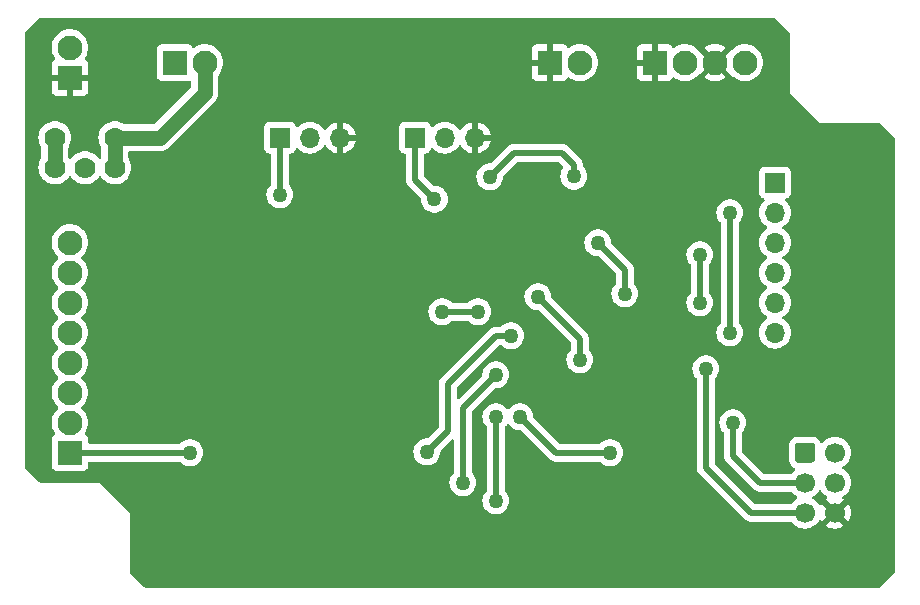
<source format=gbl>
G04 #@! TF.GenerationSoftware,KiCad,Pcbnew,8.0.9-8.0.9-0~ubuntu22.04.1*
G04 #@! TF.CreationDate,2025-03-10T17:04:53-04:00*
G04 #@! TF.ProjectId,sfx-202502,7366782d-3230-4323-9530-322e6b696361,rev?*
G04 #@! TF.SameCoordinates,Original*
G04 #@! TF.FileFunction,Copper,L2,Bot*
G04 #@! TF.FilePolarity,Positive*
%FSLAX46Y46*%
G04 Gerber Fmt 4.6, Leading zero omitted, Abs format (unit mm)*
G04 Created by KiCad (PCBNEW 8.0.9-8.0.9-0~ubuntu22.04.1) date 2025-03-10 17:04:53*
%MOMM*%
%LPD*%
G01*
G04 APERTURE LIST*
G04 #@! TA.AperFunction,ComponentPad*
%ADD10R,1.700000X1.700000*%
G04 #@! TD*
G04 #@! TA.AperFunction,ComponentPad*
%ADD11O,1.700000X1.700000*%
G04 #@! TD*
G04 #@! TA.AperFunction,ComponentPad*
%ADD12R,2.100000X2.100000*%
G04 #@! TD*
G04 #@! TA.AperFunction,ComponentPad*
%ADD13C,2.100000*%
G04 #@! TD*
G04 #@! TA.AperFunction,ComponentPad*
%ADD14C,1.778000*%
G04 #@! TD*
G04 #@! TA.AperFunction,ComponentPad*
%ADD15C,1.700000*%
G04 #@! TD*
G04 #@! TA.AperFunction,ViaPad*
%ADD16C,1.270000*%
G04 #@! TD*
G04 #@! TA.AperFunction,Conductor*
%ADD17C,0.508000*%
G04 #@! TD*
G04 #@! TA.AperFunction,Conductor*
%ADD18C,1.270000*%
G04 #@! TD*
G04 APERTURE END LIST*
D10*
X175895000Y-62865000D03*
D11*
X175895000Y-65405000D03*
X175895000Y-67945000D03*
X175895000Y-70485000D03*
X175895000Y-73025000D03*
X175895000Y-75565000D03*
D10*
X133985000Y-59055000D03*
D11*
X136525000Y-59055000D03*
X139065000Y-59055000D03*
D10*
X145415000Y-59055000D03*
D11*
X147955000Y-59055000D03*
X150495000Y-59055000D03*
D12*
X116205000Y-85725000D03*
D13*
X116205000Y-83185000D03*
X116205000Y-80645000D03*
X116205000Y-78105000D03*
X116205000Y-75565000D03*
X116205000Y-73025000D03*
X116205000Y-70485000D03*
X116205000Y-67945000D03*
D12*
X156845000Y-52705000D03*
D13*
X159385000Y-52705000D03*
D14*
X114935000Y-61595000D03*
X117475000Y-61595000D03*
X120015000Y-61595000D03*
X114935000Y-59055000D03*
X120015000Y-59055000D03*
G04 #@! TA.AperFunction,ComponentPad*
G36*
G01*
X177585000Y-86325000D02*
X177585000Y-85125000D01*
G75*
G02*
X177835000Y-84875000I250000J0D01*
G01*
X179035000Y-84875000D01*
G75*
G02*
X179285000Y-85125000I0J-250000D01*
G01*
X179285000Y-86325000D01*
G75*
G02*
X179035000Y-86575000I-250000J0D01*
G01*
X177835000Y-86575000D01*
G75*
G02*
X177585000Y-86325000I0J250000D01*
G01*
G37*
G04 #@! TD.AperFunction*
D15*
X180975000Y-85725000D03*
X178435000Y-88265000D03*
X180975000Y-88265000D03*
X178435000Y-90805000D03*
X180975000Y-90805000D03*
D12*
X125095000Y-52705000D03*
D13*
X127635000Y-52705000D03*
D12*
X116205000Y-53975000D03*
D13*
X116205000Y-51435000D03*
D12*
X165735000Y-52705000D03*
D13*
X168275000Y-52705000D03*
X170815000Y-52705000D03*
X173355000Y-52705000D03*
D16*
X145669000Y-78105000D03*
X125349000Y-95631000D03*
X154305000Y-78359000D03*
X145669000Y-83693000D03*
X145669000Y-66675000D03*
X130429000Y-59563000D03*
X168021000Y-63881000D03*
X147955000Y-90805000D03*
X145669000Y-72263000D03*
X160147000Y-88773000D03*
X167767000Y-77597000D03*
X157607000Y-69723000D03*
X161925000Y-85725000D03*
X154305000Y-82677000D03*
X152273000Y-89789000D03*
X152273000Y-82677000D03*
X151765000Y-62357000D03*
X155829000Y-72517000D03*
X152273000Y-79121000D03*
X149479000Y-88265000D03*
X159385000Y-77851000D03*
X158877000Y-62335000D03*
X170053000Y-78613000D03*
X163195000Y-72263000D03*
X160909000Y-67945000D03*
X172339000Y-83185000D03*
X172085000Y-75565000D03*
X172085000Y-65405000D03*
X126365000Y-85725000D03*
X147701000Y-73787000D03*
X150749000Y-73787000D03*
X133985000Y-63881000D03*
X147066000Y-64262000D03*
X169545000Y-68961000D03*
X169545000Y-73025000D03*
X146431000Y-85659000D03*
X153543000Y-75819000D03*
D17*
X157353000Y-85725000D02*
X154305000Y-82677000D01*
X161925000Y-85725000D02*
X157353000Y-85725000D01*
X152273000Y-82677000D02*
X152273000Y-89789000D01*
X149479000Y-88265000D02*
X149479000Y-81915000D01*
X159385000Y-77851000D02*
X159385000Y-76073000D01*
X158877000Y-61341000D02*
X157861000Y-60325000D01*
X149479000Y-81915000D02*
X152273000Y-79121000D01*
X153797000Y-60325000D02*
X151765000Y-62357000D01*
X159385000Y-76073000D02*
X155829000Y-72517000D01*
X158877000Y-62335000D02*
X158877000Y-61341000D01*
X157861000Y-60325000D02*
X153797000Y-60325000D01*
D18*
X127635000Y-55245000D02*
X127635000Y-52705000D01*
X120015000Y-61595000D02*
X120015000Y-59055000D01*
X120015000Y-59055000D02*
X123825000Y-59055000D01*
X123825000Y-59055000D02*
X127635000Y-55245000D01*
D17*
X170053000Y-86995000D02*
X173863000Y-90805000D01*
X160909000Y-67945000D02*
X163195000Y-70231000D01*
X163195000Y-70231000D02*
X163195000Y-72263000D01*
X170053000Y-78613000D02*
X170053000Y-86995000D01*
X173863000Y-90805000D02*
X178435000Y-90805000D01*
X174625000Y-88265000D02*
X178435000Y-88265000D01*
X172339000Y-85979000D02*
X174625000Y-88265000D01*
X172339000Y-83185000D02*
X172339000Y-85979000D01*
X172085000Y-65405000D02*
X172085000Y-75565000D01*
X126365000Y-85725000D02*
X116205000Y-85725000D01*
X147701000Y-73787000D02*
X150749000Y-73787000D01*
X133985000Y-63881000D02*
X133985000Y-59055000D01*
X145415000Y-62611000D02*
X145415000Y-59055000D01*
X147066000Y-64262000D02*
X145415000Y-62611000D01*
D18*
X114935000Y-61595000D02*
X114935000Y-59055000D01*
D17*
X169545000Y-68961000D02*
X169545000Y-73025000D01*
X152273000Y-75819000D02*
X153543000Y-75819000D01*
X146431000Y-85659000D02*
X148209000Y-83881000D01*
X148209000Y-83881000D02*
X148209000Y-79883000D01*
X148209000Y-79883000D02*
X152273000Y-75819000D01*
G04 #@! TA.AperFunction,Conductor*
G36*
X179789855Y-88931546D02*
G01*
X179806575Y-88950842D01*
X179936500Y-89136395D01*
X179936505Y-89136401D01*
X180103599Y-89303495D01*
X180276288Y-89424413D01*
X180289595Y-89433731D01*
X180333219Y-89488308D01*
X180340412Y-89557807D01*
X180308890Y-89620161D01*
X180289594Y-89636881D01*
X180213627Y-89690073D01*
X180213626Y-89690073D01*
X180845591Y-90322037D01*
X180782007Y-90339075D01*
X180667993Y-90404901D01*
X180574901Y-90497993D01*
X180509075Y-90612007D01*
X180492037Y-90675590D01*
X179860073Y-90043626D01*
X179860072Y-90043627D01*
X179806880Y-90119595D01*
X179752303Y-90163220D01*
X179682805Y-90170414D01*
X179620450Y-90138891D01*
X179603730Y-90119595D01*
X179596122Y-90108730D01*
X179529919Y-90014181D01*
X179473494Y-89933597D01*
X179306402Y-89766506D01*
X179306396Y-89766501D01*
X179120842Y-89636575D01*
X179077217Y-89581998D01*
X179070023Y-89512500D01*
X179101546Y-89450145D01*
X179120842Y-89433425D01*
X179223090Y-89361830D01*
X179306401Y-89303495D01*
X179473495Y-89136401D01*
X179603425Y-88950842D01*
X179658002Y-88907217D01*
X179727500Y-88900023D01*
X179789855Y-88931546D01*
G37*
G04 #@! TD.AperFunction*
G04 #@! TA.AperFunction,Conductor*
G36*
X175910677Y-48914685D02*
G01*
X175931319Y-48931319D01*
X177128681Y-50128681D01*
X177162166Y-50190004D01*
X177165000Y-50216362D01*
X177165000Y-55245000D01*
X179705000Y-57785000D01*
X184733638Y-57785000D01*
X184800677Y-57804685D01*
X184821319Y-57821319D01*
X186018681Y-59018681D01*
X186052166Y-59080004D01*
X186055000Y-59106362D01*
X186055000Y-95833638D01*
X186035315Y-95900677D01*
X186018681Y-95921319D01*
X184821319Y-97118681D01*
X184759996Y-97152166D01*
X184733638Y-97155000D01*
X122606362Y-97155000D01*
X122539323Y-97135315D01*
X122518681Y-97118681D01*
X121321319Y-95921319D01*
X121287834Y-95859996D01*
X121285000Y-95833638D01*
X121285000Y-90805000D01*
X118745000Y-88265000D01*
X113716362Y-88265000D01*
X113649323Y-88245315D01*
X113628681Y-88228681D01*
X112431319Y-87031319D01*
X112397834Y-86969996D01*
X112395000Y-86943638D01*
X112395000Y-67945000D01*
X114649706Y-67945000D01*
X114668853Y-68188297D01*
X114668853Y-68188300D01*
X114668854Y-68188302D01*
X114709343Y-68356950D01*
X114725830Y-68425619D01*
X114819222Y-68651089D01*
X114946737Y-68859173D01*
X114946738Y-68859176D01*
X114946741Y-68859179D01*
X115105241Y-69044759D01*
X115170137Y-69100185D01*
X115194168Y-69120710D01*
X115232361Y-69179217D01*
X115232859Y-69249085D01*
X115195505Y-69308131D01*
X115194168Y-69309290D01*
X115105241Y-69385241D01*
X114946738Y-69570823D01*
X114946737Y-69570826D01*
X114819222Y-69778910D01*
X114725830Y-70004380D01*
X114668853Y-70241702D01*
X114649706Y-70485000D01*
X114668853Y-70728297D01*
X114725830Y-70965619D01*
X114819222Y-71191089D01*
X114946737Y-71399173D01*
X114946738Y-71399176D01*
X115000449Y-71462063D01*
X115105241Y-71584759D01*
X115131246Y-71606969D01*
X115194168Y-71660710D01*
X115232361Y-71719217D01*
X115232859Y-71789085D01*
X115195505Y-71848131D01*
X115194168Y-71849290D01*
X115105241Y-71925241D01*
X114946738Y-72110823D01*
X114946737Y-72110826D01*
X114819222Y-72318910D01*
X114725830Y-72544380D01*
X114668853Y-72781702D01*
X114649706Y-73025000D01*
X114668853Y-73268297D01*
X114668853Y-73268300D01*
X114668854Y-73268302D01*
X114709343Y-73436950D01*
X114725830Y-73505619D01*
X114819222Y-73731089D01*
X114946737Y-73939173D01*
X114946738Y-73939176D01*
X114946741Y-73939179D01*
X115105241Y-74124759D01*
X115173250Y-74182844D01*
X115194168Y-74200710D01*
X115232361Y-74259217D01*
X115232859Y-74329085D01*
X115195505Y-74388131D01*
X115194168Y-74389290D01*
X115105241Y-74465241D01*
X114946738Y-74650823D01*
X114946737Y-74650826D01*
X114819222Y-74858910D01*
X114725830Y-75084380D01*
X114668853Y-75321702D01*
X114649706Y-75565000D01*
X114668853Y-75808297D01*
X114668853Y-75808300D01*
X114668854Y-75808302D01*
X114714562Y-75998688D01*
X114725830Y-76045619D01*
X114819222Y-76271089D01*
X114946737Y-76479173D01*
X114946738Y-76479176D01*
X114946741Y-76479179D01*
X115105241Y-76664759D01*
X115173250Y-76722844D01*
X115194168Y-76740710D01*
X115232361Y-76799217D01*
X115232859Y-76869085D01*
X115195505Y-76928131D01*
X115194168Y-76929290D01*
X115105241Y-77005241D01*
X114946738Y-77190823D01*
X114946737Y-77190826D01*
X114819222Y-77398910D01*
X114725830Y-77624380D01*
X114668853Y-77861702D01*
X114649706Y-78105000D01*
X114668853Y-78348297D01*
X114725830Y-78585619D01*
X114819222Y-78811089D01*
X114946737Y-79019173D01*
X114946738Y-79019176D01*
X115000449Y-79082063D01*
X115105241Y-79204759D01*
X115133953Y-79229281D01*
X115194168Y-79280710D01*
X115232361Y-79339217D01*
X115232859Y-79409085D01*
X115195505Y-79468131D01*
X115194168Y-79469290D01*
X115105241Y-79545241D01*
X114946738Y-79730823D01*
X114946737Y-79730826D01*
X114819222Y-79938910D01*
X114725830Y-80164380D01*
X114668853Y-80401702D01*
X114649706Y-80645000D01*
X114668853Y-80888297D01*
X114725830Y-81125619D01*
X114819222Y-81351089D01*
X114946737Y-81559173D01*
X114946738Y-81559176D01*
X114946741Y-81559179D01*
X115105241Y-81744759D01*
X115131246Y-81766969D01*
X115194168Y-81820710D01*
X115232361Y-81879217D01*
X115232859Y-81949085D01*
X115195505Y-82008131D01*
X115194168Y-82009290D01*
X115105241Y-82085241D01*
X114946738Y-82270823D01*
X114946737Y-82270826D01*
X114819222Y-82478910D01*
X114725830Y-82704380D01*
X114668853Y-82941702D01*
X114649706Y-83185000D01*
X114668853Y-83428297D01*
X114668853Y-83428300D01*
X114668854Y-83428302D01*
X114709343Y-83596950D01*
X114725830Y-83665619D01*
X114819222Y-83891089D01*
X114932449Y-84075857D01*
X114950694Y-84143303D01*
X114929578Y-84209905D01*
X114901034Y-84239913D01*
X114797452Y-84317455D01*
X114711206Y-84432664D01*
X114711202Y-84432671D01*
X114660908Y-84567517D01*
X114658545Y-84589500D01*
X114654501Y-84627123D01*
X114654500Y-84627135D01*
X114654500Y-86822870D01*
X114654501Y-86822876D01*
X114660908Y-86882483D01*
X114711202Y-87017328D01*
X114711206Y-87017335D01*
X114797452Y-87132544D01*
X114797455Y-87132547D01*
X114912664Y-87218793D01*
X114912671Y-87218797D01*
X115047517Y-87269091D01*
X115047516Y-87269091D01*
X115054444Y-87269835D01*
X115107127Y-87275500D01*
X117302872Y-87275499D01*
X117362483Y-87269091D01*
X117497331Y-87218796D01*
X117612546Y-87132546D01*
X117698796Y-87017331D01*
X117749091Y-86882483D01*
X117755500Y-86822873D01*
X117755500Y-86603500D01*
X117775185Y-86536461D01*
X117827989Y-86490706D01*
X117879500Y-86479500D01*
X125459129Y-86479500D01*
X125526168Y-86499185D01*
X125542667Y-86511863D01*
X125677776Y-86635030D01*
X125677778Y-86635032D01*
X125856692Y-86745811D01*
X125856698Y-86745814D01*
X125882553Y-86755830D01*
X126052924Y-86821832D01*
X126259780Y-86860500D01*
X126259782Y-86860500D01*
X126470218Y-86860500D01*
X126470220Y-86860500D01*
X126677076Y-86821832D01*
X126873304Y-86745813D01*
X127052223Y-86635031D01*
X127207740Y-86493259D01*
X127334558Y-86325325D01*
X127428359Y-86136947D01*
X127485948Y-85934542D01*
X127505365Y-85725000D01*
X127499249Y-85658999D01*
X145290635Y-85658999D01*
X145290635Y-85659000D01*
X145310051Y-85868537D01*
X145310051Y-85868539D01*
X145310052Y-85868542D01*
X145362624Y-86053314D01*
X145367642Y-86070950D01*
X145454338Y-86245059D01*
X145461442Y-86259325D01*
X145581473Y-86418272D01*
X145588261Y-86427260D01*
X145743776Y-86569030D01*
X145743778Y-86569032D01*
X145922692Y-86679811D01*
X145922698Y-86679814D01*
X145929567Y-86682475D01*
X146118924Y-86755832D01*
X146325780Y-86794500D01*
X146325782Y-86794500D01*
X146536218Y-86794500D01*
X146536220Y-86794500D01*
X146743076Y-86755832D01*
X146939304Y-86679813D01*
X147118223Y-86569031D01*
X147273740Y-86427259D01*
X147400558Y-86259325D01*
X147494359Y-86070947D01*
X147551948Y-85868542D01*
X147571365Y-85659000D01*
X147570516Y-85649840D01*
X147583930Y-85581271D01*
X147606303Y-85550720D01*
X148512819Y-84644203D01*
X148574142Y-84610719D01*
X148643834Y-84615703D01*
X148699767Y-84657575D01*
X148724184Y-84723039D01*
X148724500Y-84731885D01*
X148724500Y-87361547D01*
X148704815Y-87428586D01*
X148684039Y-87453183D01*
X148636262Y-87496738D01*
X148509442Y-87664674D01*
X148415642Y-87853049D01*
X148415641Y-87853053D01*
X148365412Y-88029592D01*
X148358051Y-88055462D01*
X148338635Y-88264999D01*
X148338635Y-88265000D01*
X148358051Y-88474537D01*
X148358051Y-88474539D01*
X148358052Y-88474542D01*
X148365413Y-88500413D01*
X148415642Y-88676950D01*
X148450007Y-88745963D01*
X148509442Y-88865325D01*
X148603974Y-88990506D01*
X148636261Y-89033260D01*
X148791776Y-89175030D01*
X148791778Y-89175032D01*
X148970692Y-89285811D01*
X148970698Y-89285814D01*
X149012268Y-89301918D01*
X149166924Y-89361832D01*
X149373780Y-89400500D01*
X149373782Y-89400500D01*
X149584218Y-89400500D01*
X149584220Y-89400500D01*
X149791076Y-89361832D01*
X149987304Y-89285813D01*
X150166223Y-89175031D01*
X150321740Y-89033259D01*
X150448558Y-88865325D01*
X150542359Y-88676947D01*
X150599948Y-88474542D01*
X150619365Y-88265000D01*
X150599948Y-88055458D01*
X150542359Y-87853053D01*
X150448558Y-87664675D01*
X150321740Y-87496741D01*
X150315240Y-87490815D01*
X150273961Y-87453183D01*
X150237680Y-87393472D01*
X150233500Y-87361547D01*
X150233500Y-82676999D01*
X151132635Y-82676999D01*
X151132635Y-82677000D01*
X151152051Y-82886537D01*
X151152051Y-82886539D01*
X151152052Y-82886542D01*
X151177351Y-82975458D01*
X151209642Y-83088950D01*
X151303442Y-83277325D01*
X151391956Y-83394537D01*
X151430261Y-83445260D01*
X151478037Y-83488813D01*
X151514319Y-83548524D01*
X151518500Y-83580451D01*
X151518500Y-88885547D01*
X151498815Y-88952586D01*
X151478039Y-88977183D01*
X151430262Y-89020738D01*
X151303442Y-89188674D01*
X151209642Y-89377049D01*
X151152051Y-89579462D01*
X151132635Y-89788999D01*
X151132635Y-89789000D01*
X151152051Y-89998537D01*
X151152051Y-89998539D01*
X151152052Y-89998542D01*
X151209641Y-90200947D01*
X151303442Y-90389325D01*
X151385504Y-90497993D01*
X151430261Y-90557260D01*
X151585776Y-90699030D01*
X151585778Y-90699032D01*
X151764692Y-90809811D01*
X151764698Y-90809814D01*
X151806268Y-90825918D01*
X151960924Y-90885832D01*
X152167780Y-90924500D01*
X152167782Y-90924500D01*
X152378218Y-90924500D01*
X152378220Y-90924500D01*
X152585076Y-90885832D01*
X152781304Y-90809813D01*
X152960223Y-90699031D01*
X153115740Y-90557259D01*
X153242558Y-90389325D01*
X153336359Y-90200947D01*
X153393948Y-89998542D01*
X153413365Y-89789000D01*
X153393948Y-89579458D01*
X153336359Y-89377053D01*
X153242558Y-89188675D01*
X153115740Y-89020741D01*
X153114378Y-89019499D01*
X153067961Y-88977183D01*
X153031680Y-88917472D01*
X153027500Y-88885547D01*
X153027500Y-83580451D01*
X153047185Y-83513412D01*
X153067963Y-83488813D01*
X153115740Y-83445259D01*
X153190046Y-83346861D01*
X153246155Y-83305226D01*
X153315867Y-83300535D01*
X153377049Y-83334277D01*
X153387953Y-83346861D01*
X153423956Y-83394537D01*
X153462261Y-83445260D01*
X153617776Y-83587030D01*
X153617778Y-83587032D01*
X153796692Y-83697811D01*
X153796698Y-83697814D01*
X153838268Y-83713918D01*
X153992924Y-83773832D01*
X154199780Y-83812500D01*
X154322113Y-83812500D01*
X154389152Y-83832185D01*
X154409794Y-83848819D01*
X156872030Y-86311056D01*
X156872031Y-86311057D01*
X156872034Y-86311059D01*
X156995611Y-86393630D01*
X157055108Y-86418274D01*
X157132920Y-86450505D01*
X157132922Y-86450505D01*
X157132924Y-86450506D01*
X157157104Y-86455315D01*
X157157110Y-86455316D01*
X157278686Y-86479501D01*
X157278688Y-86479501D01*
X157433426Y-86479501D01*
X157433446Y-86479500D01*
X161019129Y-86479500D01*
X161086168Y-86499185D01*
X161102667Y-86511863D01*
X161237776Y-86635030D01*
X161237778Y-86635032D01*
X161416692Y-86745811D01*
X161416698Y-86745814D01*
X161442553Y-86755830D01*
X161612924Y-86821832D01*
X161819780Y-86860500D01*
X161819782Y-86860500D01*
X162030218Y-86860500D01*
X162030220Y-86860500D01*
X162237076Y-86821832D01*
X162433304Y-86745813D01*
X162612223Y-86635031D01*
X162767740Y-86493259D01*
X162894558Y-86325325D01*
X162988359Y-86136947D01*
X163045948Y-85934542D01*
X163065365Y-85725000D01*
X163045948Y-85515458D01*
X162988359Y-85313053D01*
X162894558Y-85124675D01*
X162767740Y-84956741D01*
X162761239Y-84950815D01*
X162612223Y-84814969D01*
X162612221Y-84814967D01*
X162433307Y-84704188D01*
X162433301Y-84704185D01*
X162278470Y-84644204D01*
X162237076Y-84628168D01*
X162030220Y-84589500D01*
X161819780Y-84589500D01*
X161612924Y-84628168D01*
X161612921Y-84628168D01*
X161612921Y-84628169D01*
X161416698Y-84704185D01*
X161416692Y-84704188D01*
X161237778Y-84814967D01*
X161237776Y-84814969D01*
X161102667Y-84938137D01*
X161039863Y-84968754D01*
X161019129Y-84970500D01*
X157716887Y-84970500D01*
X157649848Y-84950815D01*
X157629206Y-84934181D01*
X155480306Y-82785281D01*
X155446821Y-82723958D01*
X155444516Y-82686159D01*
X155445365Y-82677000D01*
X155425948Y-82467458D01*
X155368359Y-82265053D01*
X155274558Y-82076675D01*
X155147740Y-81908741D01*
X154992223Y-81766969D01*
X154992221Y-81766967D01*
X154813307Y-81656188D01*
X154813301Y-81656185D01*
X154658648Y-81596273D01*
X154617076Y-81580168D01*
X154410220Y-81541500D01*
X154199780Y-81541500D01*
X153992924Y-81580168D01*
X153992921Y-81580168D01*
X153992921Y-81580169D01*
X153796698Y-81656185D01*
X153796692Y-81656188D01*
X153617778Y-81766967D01*
X153617776Y-81766969D01*
X153462261Y-81908739D01*
X153387954Y-82007137D01*
X153331845Y-82048773D01*
X153262133Y-82053464D01*
X153200951Y-82019722D01*
X153190046Y-82007137D01*
X153129333Y-81926741D01*
X153115740Y-81908741D01*
X152960223Y-81766969D01*
X152960221Y-81766967D01*
X152781307Y-81656188D01*
X152781301Y-81656185D01*
X152626648Y-81596273D01*
X152585076Y-81580168D01*
X152378220Y-81541500D01*
X152167780Y-81541500D01*
X151960924Y-81580168D01*
X151960921Y-81580168D01*
X151960921Y-81580169D01*
X151764698Y-81656185D01*
X151764692Y-81656188D01*
X151585778Y-81766967D01*
X151585776Y-81766969D01*
X151430261Y-81908739D01*
X151303442Y-82076674D01*
X151209642Y-82265049D01*
X151152051Y-82467462D01*
X151132635Y-82676999D01*
X150233500Y-82676999D01*
X150233500Y-82278886D01*
X150253185Y-82211847D01*
X150269819Y-82191205D01*
X152168205Y-80292819D01*
X152229528Y-80259334D01*
X152255886Y-80256500D01*
X152378218Y-80256500D01*
X152378220Y-80256500D01*
X152585076Y-80217832D01*
X152781304Y-80141813D01*
X152960223Y-80031031D01*
X153115740Y-79889259D01*
X153242558Y-79721325D01*
X153336359Y-79532947D01*
X153393948Y-79330542D01*
X153413365Y-79121000D01*
X153393948Y-78911458D01*
X153336359Y-78709053D01*
X153242558Y-78520675D01*
X153115740Y-78352741D01*
X152960223Y-78210969D01*
X152960221Y-78210967D01*
X152781307Y-78100188D01*
X152781301Y-78100185D01*
X152626648Y-78040273D01*
X152585076Y-78024168D01*
X152378220Y-77985500D01*
X152167780Y-77985500D01*
X151960924Y-78024168D01*
X151960921Y-78024168D01*
X151960921Y-78024169D01*
X151764698Y-78100185D01*
X151764692Y-78100188D01*
X151585778Y-78210967D01*
X151585776Y-78210969D01*
X151430261Y-78352739D01*
X151303442Y-78520674D01*
X151209642Y-78709049D01*
X151152051Y-78911462D01*
X151132635Y-79120998D01*
X151133484Y-79130165D01*
X151120065Y-79198734D01*
X151097693Y-79229281D01*
X149175181Y-81151794D01*
X149113858Y-81185279D01*
X149044166Y-81180295D01*
X148988233Y-81138423D01*
X148963816Y-81072959D01*
X148963500Y-81064113D01*
X148963500Y-80246886D01*
X148983185Y-80179847D01*
X148999819Y-80159205D01*
X152549205Y-76609819D01*
X152610528Y-76576334D01*
X152636886Y-76573500D01*
X152637129Y-76573500D01*
X152704168Y-76593185D01*
X152720667Y-76605863D01*
X152855776Y-76729030D01*
X152855778Y-76729032D01*
X153034692Y-76839811D01*
X153034698Y-76839814D01*
X153052579Y-76846741D01*
X153230924Y-76915832D01*
X153437780Y-76954500D01*
X153437782Y-76954500D01*
X153648218Y-76954500D01*
X153648220Y-76954500D01*
X153855076Y-76915832D01*
X154051304Y-76839813D01*
X154230223Y-76729031D01*
X154385740Y-76587259D01*
X154512558Y-76419325D01*
X154606359Y-76230947D01*
X154663948Y-76028542D01*
X154683365Y-75819000D01*
X154663948Y-75609458D01*
X154606359Y-75407053D01*
X154512558Y-75218675D01*
X154385740Y-75050741D01*
X154230223Y-74908969D01*
X154230221Y-74908967D01*
X154051307Y-74798188D01*
X154051301Y-74798185D01*
X153896648Y-74738273D01*
X153855076Y-74722168D01*
X153648220Y-74683500D01*
X153437780Y-74683500D01*
X153230924Y-74722168D01*
X153230921Y-74722168D01*
X153230921Y-74722169D01*
X153034698Y-74798185D01*
X153034692Y-74798188D01*
X152855778Y-74908967D01*
X152855776Y-74908969D01*
X152720667Y-75032137D01*
X152657863Y-75062754D01*
X152637129Y-75064500D01*
X152353446Y-75064500D01*
X152353426Y-75064499D01*
X152347312Y-75064499D01*
X152198688Y-75064499D01*
X152198686Y-75064499D01*
X152098742Y-75084380D01*
X152077105Y-75088684D01*
X152062540Y-75091581D01*
X152052918Y-75093495D01*
X152052917Y-75093495D01*
X151996045Y-75117052D01*
X151996045Y-75117053D01*
X151915611Y-75150370D01*
X151915609Y-75150371D01*
X151792033Y-75232941D01*
X151739487Y-75285487D01*
X151686941Y-75338034D01*
X151686939Y-75338036D01*
X147622943Y-79402030D01*
X147622942Y-79402031D01*
X147540372Y-79525607D01*
X147540366Y-79525618D01*
X147483496Y-79662916D01*
X147483493Y-79662926D01*
X147454499Y-79808685D01*
X147454499Y-79963425D01*
X147454500Y-79963446D01*
X147454500Y-83517113D01*
X147434815Y-83584152D01*
X147418181Y-83604794D01*
X146535794Y-84487181D01*
X146474471Y-84520666D01*
X146448113Y-84523500D01*
X146325780Y-84523500D01*
X146118924Y-84562168D01*
X146118921Y-84562168D01*
X146118921Y-84562169D01*
X145922698Y-84638185D01*
X145922692Y-84638188D01*
X145743778Y-84748967D01*
X145743776Y-84748969D01*
X145588261Y-84890739D01*
X145461442Y-85058674D01*
X145367642Y-85247049D01*
X145310051Y-85449462D01*
X145290635Y-85658999D01*
X127499249Y-85658999D01*
X127485948Y-85515458D01*
X127428359Y-85313053D01*
X127334558Y-85124675D01*
X127207740Y-84956741D01*
X127201239Y-84950815D01*
X127052223Y-84814969D01*
X127052221Y-84814967D01*
X126873307Y-84704188D01*
X126873301Y-84704185D01*
X126718470Y-84644204D01*
X126677076Y-84628168D01*
X126470220Y-84589500D01*
X126259780Y-84589500D01*
X126052924Y-84628168D01*
X126052921Y-84628168D01*
X126052921Y-84628169D01*
X125856698Y-84704185D01*
X125856692Y-84704188D01*
X125677778Y-84814967D01*
X125677776Y-84814969D01*
X125542667Y-84938137D01*
X125479863Y-84968754D01*
X125459129Y-84970500D01*
X117879499Y-84970500D01*
X117812460Y-84950815D01*
X117766705Y-84898011D01*
X117755499Y-84846500D01*
X117755499Y-84627129D01*
X117755498Y-84627123D01*
X117755497Y-84627116D01*
X117749091Y-84567517D01*
X117747096Y-84562169D01*
X117698797Y-84432671D01*
X117698793Y-84432664D01*
X117612547Y-84317455D01*
X117612544Y-84317452D01*
X117508966Y-84239913D01*
X117467095Y-84183979D01*
X117462111Y-84114288D01*
X117477548Y-84075860D01*
X117590777Y-83891089D01*
X117684172Y-83665612D01*
X117741146Y-83428302D01*
X117760294Y-83185000D01*
X117741146Y-82941698D01*
X117684172Y-82704388D01*
X117672828Y-82677000D01*
X117590777Y-82478910D01*
X117463262Y-82270826D01*
X117463261Y-82270823D01*
X117372183Y-82164185D01*
X117304759Y-82085241D01*
X117304757Y-82085239D01*
X117304756Y-82085238D01*
X117215832Y-82009290D01*
X117177638Y-81950784D01*
X117177139Y-81880916D01*
X117214493Y-81821869D01*
X117215832Y-81820710D01*
X117278754Y-81766969D01*
X117304759Y-81744759D01*
X117463259Y-81559179D01*
X117590777Y-81351089D01*
X117684172Y-81125612D01*
X117741146Y-80888302D01*
X117760294Y-80645000D01*
X117741146Y-80401698D01*
X117684172Y-80164388D01*
X117674822Y-80141814D01*
X117590777Y-79938910D01*
X117463262Y-79730826D01*
X117463261Y-79730823D01*
X117304756Y-79545238D01*
X117215832Y-79469290D01*
X117177638Y-79410784D01*
X117177139Y-79340916D01*
X117214493Y-79281869D01*
X117215832Y-79280710D01*
X117294729Y-79213325D01*
X117304759Y-79204759D01*
X117463259Y-79019179D01*
X117590777Y-78811089D01*
X117684172Y-78585612D01*
X117741146Y-78348302D01*
X117760294Y-78105000D01*
X117741146Y-77861698D01*
X117684172Y-77624388D01*
X117684169Y-77624380D01*
X117590777Y-77398910D01*
X117463262Y-77190826D01*
X117463261Y-77190823D01*
X117370950Y-77082741D01*
X117304759Y-77005241D01*
X117304757Y-77005239D01*
X117304756Y-77005238D01*
X117215832Y-76929290D01*
X117177638Y-76870784D01*
X117177139Y-76800916D01*
X117214493Y-76741869D01*
X117215832Y-76740710D01*
X117247276Y-76713853D01*
X117304759Y-76664759D01*
X117463259Y-76479179D01*
X117590777Y-76271089D01*
X117684172Y-76045612D01*
X117741146Y-75808302D01*
X117760294Y-75565000D01*
X117741146Y-75321698D01*
X117684172Y-75084388D01*
X117670235Y-75050741D01*
X117590777Y-74858910D01*
X117463262Y-74650826D01*
X117463261Y-74650823D01*
X117304756Y-74465238D01*
X117215832Y-74389290D01*
X117177638Y-74330784D01*
X117177139Y-74260916D01*
X117214493Y-74201869D01*
X117215832Y-74200710D01*
X117247276Y-74173853D01*
X117304759Y-74124759D01*
X117463259Y-73939179D01*
X117556515Y-73786999D01*
X146560635Y-73786999D01*
X146560635Y-73787000D01*
X146580051Y-73996537D01*
X146580051Y-73996539D01*
X146580052Y-73996542D01*
X146626702Y-74160500D01*
X146637642Y-74198950D01*
X146691316Y-74306741D01*
X146731442Y-74387325D01*
X146790281Y-74465241D01*
X146858261Y-74555260D01*
X147013776Y-74697030D01*
X147013778Y-74697032D01*
X147192692Y-74807811D01*
X147192698Y-74807814D01*
X147234268Y-74823918D01*
X147388924Y-74883832D01*
X147595780Y-74922500D01*
X147595782Y-74922500D01*
X147806218Y-74922500D01*
X147806220Y-74922500D01*
X148013076Y-74883832D01*
X148209304Y-74807813D01*
X148388223Y-74697031D01*
X148471411Y-74621194D01*
X148523333Y-74573863D01*
X148586137Y-74543246D01*
X148606871Y-74541500D01*
X149843129Y-74541500D01*
X149910168Y-74561185D01*
X149926667Y-74573863D01*
X150061776Y-74697030D01*
X150061778Y-74697032D01*
X150240692Y-74807811D01*
X150240698Y-74807814D01*
X150282268Y-74823918D01*
X150436924Y-74883832D01*
X150643780Y-74922500D01*
X150643782Y-74922500D01*
X150854218Y-74922500D01*
X150854220Y-74922500D01*
X151061076Y-74883832D01*
X151257304Y-74807813D01*
X151436223Y-74697031D01*
X151591740Y-74555259D01*
X151718558Y-74387325D01*
X151812359Y-74198947D01*
X151869948Y-73996542D01*
X151889365Y-73787000D01*
X151869948Y-73577458D01*
X151812359Y-73375053D01*
X151718558Y-73186675D01*
X151591740Y-73018741D01*
X151585239Y-73012815D01*
X151436223Y-72876969D01*
X151436221Y-72876967D01*
X151257307Y-72766188D01*
X151257301Y-72766185D01*
X151102648Y-72706273D01*
X151061076Y-72690168D01*
X150854220Y-72651500D01*
X150643780Y-72651500D01*
X150436924Y-72690168D01*
X150436921Y-72690168D01*
X150436921Y-72690169D01*
X150240698Y-72766185D01*
X150240692Y-72766188D01*
X150061778Y-72876967D01*
X150061776Y-72876969D01*
X149926667Y-73000137D01*
X149863863Y-73030754D01*
X149843129Y-73032500D01*
X148606871Y-73032500D01*
X148539832Y-73012815D01*
X148523333Y-73000137D01*
X148388223Y-72876969D01*
X148388221Y-72876967D01*
X148209307Y-72766188D01*
X148209301Y-72766185D01*
X148054648Y-72706273D01*
X148013076Y-72690168D01*
X147806220Y-72651500D01*
X147595780Y-72651500D01*
X147388924Y-72690168D01*
X147388921Y-72690168D01*
X147388921Y-72690169D01*
X147192698Y-72766185D01*
X147192692Y-72766188D01*
X147013778Y-72876967D01*
X147013776Y-72876969D01*
X146858261Y-73018739D01*
X146731442Y-73186674D01*
X146637642Y-73375049D01*
X146580051Y-73577462D01*
X146560635Y-73786999D01*
X117556515Y-73786999D01*
X117590777Y-73731089D01*
X117684172Y-73505612D01*
X117741146Y-73268302D01*
X117760294Y-73025000D01*
X117741146Y-72781698D01*
X117684172Y-72544388D01*
X117672828Y-72517000D01*
X117672828Y-72516999D01*
X154688635Y-72516999D01*
X154688635Y-72517000D01*
X154708051Y-72726537D01*
X154708051Y-72726539D01*
X154708052Y-72726542D01*
X154750852Y-72876969D01*
X154765642Y-72928950D01*
X154816335Y-73030754D01*
X154859442Y-73117325D01*
X154967493Y-73260408D01*
X154986261Y-73285260D01*
X155141776Y-73427030D01*
X155141778Y-73427032D01*
X155320692Y-73537811D01*
X155320698Y-73537814D01*
X155362268Y-73553918D01*
X155516924Y-73613832D01*
X155723780Y-73652500D01*
X155846113Y-73652500D01*
X155913152Y-73672185D01*
X155933794Y-73688819D01*
X158594181Y-76349205D01*
X158627666Y-76410528D01*
X158630500Y-76436886D01*
X158630500Y-76947547D01*
X158610815Y-77014586D01*
X158590039Y-77039183D01*
X158542262Y-77082738D01*
X158415442Y-77250674D01*
X158321642Y-77439049D01*
X158321641Y-77439053D01*
X158278071Y-77592188D01*
X158264051Y-77641462D01*
X158244635Y-77850999D01*
X158244635Y-77851000D01*
X158264051Y-78060537D01*
X158264051Y-78060539D01*
X158264052Y-78060542D01*
X158306852Y-78210969D01*
X158321642Y-78262950D01*
X158366352Y-78352739D01*
X158415442Y-78451325D01*
X158537533Y-78613000D01*
X158542261Y-78619260D01*
X158697776Y-78761030D01*
X158697778Y-78761032D01*
X158876692Y-78871811D01*
X158876698Y-78871814D01*
X158918268Y-78887918D01*
X159072924Y-78947832D01*
X159279780Y-78986500D01*
X159279782Y-78986500D01*
X159490218Y-78986500D01*
X159490220Y-78986500D01*
X159697076Y-78947832D01*
X159893304Y-78871813D01*
X160072223Y-78761031D01*
X160227740Y-78619259D01*
X160232467Y-78612999D01*
X168912635Y-78612999D01*
X168912635Y-78613000D01*
X168932051Y-78822537D01*
X168932051Y-78822539D01*
X168932052Y-78822542D01*
X168967700Y-78947832D01*
X168989642Y-79024950D01*
X169042033Y-79130165D01*
X169083442Y-79213325D01*
X169205533Y-79375000D01*
X169210261Y-79381260D01*
X169258037Y-79424813D01*
X169294319Y-79484524D01*
X169298500Y-79516451D01*
X169298500Y-86915552D01*
X169298499Y-86915578D01*
X169298499Y-87069314D01*
X169317967Y-87167182D01*
X169322684Y-87190894D01*
X169325581Y-87205460D01*
X169327495Y-87215082D01*
X169339550Y-87244181D01*
X169339551Y-87244187D01*
X169339552Y-87244187D01*
X169384366Y-87352381D01*
X169384372Y-87352392D01*
X169466942Y-87475968D01*
X169466943Y-87475969D01*
X173272600Y-91281624D01*
X173272621Y-91281647D01*
X173382031Y-91391057D01*
X173459445Y-91442783D01*
X173505606Y-91473627D01*
X173505607Y-91473627D01*
X173505611Y-91473630D01*
X173586043Y-91506945D01*
X173586044Y-91506946D01*
X173609603Y-91516704D01*
X173642920Y-91530505D01*
X173642929Y-91530506D01*
X173642930Y-91530507D01*
X173667103Y-91535315D01*
X173667110Y-91535316D01*
X173788686Y-91559501D01*
X173788688Y-91559501D01*
X173943426Y-91559501D01*
X173943446Y-91559500D01*
X177250099Y-91559500D01*
X177317138Y-91579185D01*
X177351674Y-91612376D01*
X177396505Y-91676401D01*
X177563599Y-91843495D01*
X177660384Y-91911265D01*
X177757165Y-91979032D01*
X177757167Y-91979033D01*
X177757170Y-91979035D01*
X177971337Y-92078903D01*
X178199592Y-92140063D01*
X178387918Y-92156539D01*
X178434999Y-92160659D01*
X178435000Y-92160659D01*
X178435001Y-92160659D01*
X178474234Y-92157226D01*
X178670408Y-92140063D01*
X178898663Y-92078903D01*
X179112830Y-91979035D01*
X179306401Y-91843495D01*
X179473495Y-91676401D01*
X179603730Y-91490405D01*
X179658307Y-91446781D01*
X179727805Y-91439587D01*
X179790160Y-91471110D01*
X179806879Y-91490405D01*
X179860072Y-91566372D01*
X179860073Y-91566372D01*
X180492037Y-90934408D01*
X180509075Y-90997993D01*
X180574901Y-91112007D01*
X180667993Y-91205099D01*
X180782007Y-91270925D01*
X180845591Y-91287962D01*
X180213626Y-91919926D01*
X180297417Y-91978598D01*
X180297421Y-91978600D01*
X180511507Y-92078429D01*
X180511516Y-92078433D01*
X180739673Y-92139567D01*
X180739684Y-92139569D01*
X180974998Y-92160157D01*
X180975002Y-92160157D01*
X181210315Y-92139569D01*
X181210326Y-92139567D01*
X181438483Y-92078433D01*
X181438492Y-92078429D01*
X181652580Y-91978599D01*
X181736371Y-91919925D01*
X181104408Y-91287962D01*
X181167993Y-91270925D01*
X181282007Y-91205099D01*
X181375099Y-91112007D01*
X181440925Y-90997993D01*
X181457962Y-90934408D01*
X182089925Y-91566371D01*
X182148599Y-91482580D01*
X182248429Y-91268492D01*
X182248433Y-91268483D01*
X182309567Y-91040326D01*
X182309569Y-91040315D01*
X182330157Y-90805001D01*
X182330157Y-90804998D01*
X182309569Y-90569684D01*
X182309567Y-90569673D01*
X182248433Y-90341516D01*
X182248429Y-90341507D01*
X182148601Y-90127424D01*
X182089925Y-90043626D01*
X181457962Y-90675590D01*
X181440925Y-90612007D01*
X181375099Y-90497993D01*
X181282007Y-90404901D01*
X181167993Y-90339075D01*
X181104409Y-90322037D01*
X181736372Y-89690073D01*
X181736372Y-89690072D01*
X181660405Y-89636879D01*
X181616780Y-89582302D01*
X181609588Y-89512804D01*
X181641110Y-89450449D01*
X181660406Y-89433730D01*
X181660842Y-89433425D01*
X181846401Y-89303495D01*
X182013495Y-89136401D01*
X182149035Y-88942830D01*
X182248903Y-88728663D01*
X182310063Y-88500408D01*
X182330659Y-88265000D01*
X182310063Y-88029592D01*
X182248903Y-87801337D01*
X182149035Y-87587171D01*
X182143425Y-87579158D01*
X182013494Y-87393597D01*
X181846402Y-87226506D01*
X181846392Y-87226498D01*
X181660842Y-87096575D01*
X181617217Y-87041998D01*
X181610023Y-86972500D01*
X181641546Y-86910145D01*
X181660842Y-86893425D01*
X181761596Y-86822876D01*
X181846401Y-86763495D01*
X182013495Y-86596401D01*
X182149035Y-86402830D01*
X182248903Y-86188663D01*
X182310063Y-85960408D01*
X182330659Y-85725000D01*
X182310063Y-85489592D01*
X182248903Y-85261337D01*
X182149035Y-85047171D01*
X182085715Y-84956739D01*
X182013494Y-84853597D01*
X181846402Y-84686506D01*
X181846395Y-84686501D01*
X181652834Y-84550967D01*
X181652830Y-84550965D01*
X181593931Y-84523500D01*
X181438663Y-84451097D01*
X181438659Y-84451096D01*
X181438655Y-84451094D01*
X181210413Y-84389938D01*
X181210403Y-84389936D01*
X180975001Y-84369341D01*
X180974999Y-84369341D01*
X180739596Y-84389936D01*
X180739586Y-84389938D01*
X180511344Y-84451094D01*
X180511335Y-84451098D01*
X180297171Y-84550964D01*
X180297169Y-84550965D01*
X180103597Y-84686505D01*
X179936503Y-84853599D01*
X179935349Y-84854975D01*
X179934688Y-84855414D01*
X179932676Y-84857427D01*
X179932271Y-84857022D01*
X179877173Y-84893671D01*
X179807312Y-84894772D01*
X179747946Y-84857928D01*
X179722663Y-84814265D01*
X179719814Y-84805666D01*
X179627712Y-84656344D01*
X179503656Y-84532288D01*
X179397902Y-84467059D01*
X179354336Y-84440187D01*
X179354331Y-84440185D01*
X179331634Y-84432664D01*
X179187797Y-84385001D01*
X179187795Y-84385000D01*
X179085010Y-84374500D01*
X177784998Y-84374500D01*
X177784981Y-84374501D01*
X177682203Y-84385000D01*
X177682200Y-84385001D01*
X177515668Y-84440185D01*
X177515663Y-84440187D01*
X177366342Y-84532289D01*
X177242289Y-84656342D01*
X177150187Y-84805663D01*
X177150185Y-84805668D01*
X177133701Y-84855414D01*
X177095001Y-84972203D01*
X177095001Y-84972204D01*
X177095000Y-84972204D01*
X177084500Y-85074983D01*
X177084500Y-86375001D01*
X177084501Y-86375018D01*
X177095000Y-86477796D01*
X177095001Y-86477799D01*
X177134303Y-86596402D01*
X177150186Y-86644334D01*
X177242288Y-86793656D01*
X177366344Y-86917712D01*
X177515666Y-87009814D01*
X177524264Y-87012663D01*
X177581707Y-87052433D01*
X177608531Y-87116948D01*
X177596217Y-87185724D01*
X177567234Y-87222483D01*
X177567427Y-87222676D01*
X177565798Y-87224304D01*
X177564975Y-87225349D01*
X177563599Y-87226503D01*
X177396506Y-87393597D01*
X177396505Y-87393599D01*
X177351674Y-87457624D01*
X177297096Y-87501249D01*
X177250099Y-87510500D01*
X174988886Y-87510500D01*
X174921847Y-87490815D01*
X174901205Y-87474181D01*
X173129819Y-85702794D01*
X173096334Y-85641471D01*
X173093500Y-85615113D01*
X173093500Y-84088451D01*
X173113185Y-84021412D01*
X173133963Y-83996813D01*
X173181740Y-83953259D01*
X173308558Y-83785325D01*
X173402359Y-83596947D01*
X173459948Y-83394542D01*
X173479365Y-83185000D01*
X173459948Y-82975458D01*
X173402359Y-82773053D01*
X173308558Y-82584675D01*
X173181740Y-82416741D01*
X173026223Y-82274969D01*
X173026221Y-82274967D01*
X172847307Y-82164188D01*
X172847301Y-82164185D01*
X172692648Y-82104273D01*
X172651076Y-82088168D01*
X172444220Y-82049500D01*
X172233780Y-82049500D01*
X172026924Y-82088168D01*
X172026921Y-82088168D01*
X172026921Y-82088169D01*
X171830698Y-82164185D01*
X171830692Y-82164188D01*
X171651778Y-82274967D01*
X171651776Y-82274969D01*
X171496261Y-82416739D01*
X171369442Y-82584674D01*
X171275642Y-82773049D01*
X171218051Y-82975462D01*
X171198635Y-83184999D01*
X171198635Y-83185000D01*
X171218051Y-83394537D01*
X171218051Y-83394539D01*
X171218052Y-83394542D01*
X171272820Y-83587031D01*
X171275642Y-83596950D01*
X171325865Y-83697811D01*
X171369442Y-83785325D01*
X171449311Y-83891089D01*
X171496261Y-83953260D01*
X171544037Y-83996813D01*
X171580319Y-84056524D01*
X171584500Y-84088451D01*
X171584500Y-85899552D01*
X171584499Y-85899578D01*
X171584499Y-86053314D01*
X171601136Y-86136950D01*
X171608684Y-86174894D01*
X171611423Y-86188663D01*
X171613495Y-86199080D01*
X171613496Y-86199084D01*
X171632540Y-86245060D01*
X171670367Y-86336385D01*
X171752942Y-86459968D01*
X171752943Y-86459969D01*
X174034600Y-88741624D01*
X174034621Y-88741647D01*
X174144028Y-88851054D01*
X174144035Y-88851060D01*
X174267608Y-88933628D01*
X174267609Y-88933628D01*
X174267610Y-88933629D01*
X174404920Y-88990505D01*
X174550683Y-89019499D01*
X174550687Y-89019500D01*
X174550688Y-89019500D01*
X174699312Y-89019500D01*
X177250099Y-89019500D01*
X177317138Y-89039185D01*
X177351674Y-89072376D01*
X177396505Y-89136401D01*
X177396506Y-89136402D01*
X177563597Y-89303493D01*
X177563603Y-89303498D01*
X177749158Y-89433425D01*
X177792783Y-89488002D01*
X177799977Y-89557500D01*
X177768454Y-89619855D01*
X177749158Y-89636575D01*
X177563597Y-89766505D01*
X177396506Y-89933597D01*
X177396505Y-89933599D01*
X177351674Y-89997624D01*
X177297096Y-90041249D01*
X177250099Y-90050500D01*
X174226886Y-90050500D01*
X174159847Y-90030815D01*
X174139205Y-90014181D01*
X170843819Y-86718794D01*
X170810334Y-86657471D01*
X170807500Y-86631113D01*
X170807500Y-79516451D01*
X170827185Y-79449412D01*
X170847963Y-79424813D01*
X170865216Y-79409085D01*
X170895740Y-79381259D01*
X171022558Y-79213325D01*
X171116359Y-79024947D01*
X171173948Y-78822542D01*
X171193365Y-78613000D01*
X171173948Y-78403458D01*
X171116359Y-78201053D01*
X171022558Y-78012675D01*
X170895740Y-77844741D01*
X170740223Y-77702969D01*
X170740221Y-77702967D01*
X170561307Y-77592188D01*
X170561301Y-77592185D01*
X170406648Y-77532273D01*
X170365076Y-77516168D01*
X170158220Y-77477500D01*
X169947780Y-77477500D01*
X169740924Y-77516168D01*
X169740921Y-77516168D01*
X169740921Y-77516169D01*
X169544698Y-77592185D01*
X169544692Y-77592188D01*
X169365778Y-77702967D01*
X169365776Y-77702969D01*
X169210261Y-77844739D01*
X169083442Y-78012674D01*
X168989642Y-78201049D01*
X168932051Y-78403462D01*
X168912635Y-78612999D01*
X160232467Y-78612999D01*
X160354558Y-78451325D01*
X160448359Y-78262947D01*
X160505948Y-78060542D01*
X160525365Y-77851000D01*
X160505948Y-77641458D01*
X160448359Y-77439053D01*
X160354558Y-77250675D01*
X160227740Y-77082741D01*
X160227737Y-77082738D01*
X160179961Y-77039183D01*
X160143680Y-76979472D01*
X160139500Y-76947547D01*
X160139500Y-75998687D01*
X160139499Y-75998683D01*
X160110506Y-75852927D01*
X160110505Y-75852920D01*
X160053629Y-75715610D01*
X159982701Y-75609458D01*
X159971060Y-75592035D01*
X159971054Y-75592028D01*
X159861647Y-75482621D01*
X159861624Y-75482600D01*
X157004306Y-72625281D01*
X156970821Y-72563958D01*
X156968516Y-72526159D01*
X156969365Y-72517000D01*
X156949948Y-72307458D01*
X156892359Y-72105053D01*
X156798558Y-71916675D01*
X156671740Y-71748741D01*
X156653924Y-71732500D01*
X156516223Y-71606969D01*
X156516221Y-71606967D01*
X156337307Y-71496188D01*
X156337301Y-71496185D01*
X156182648Y-71436273D01*
X156141076Y-71420168D01*
X155934220Y-71381500D01*
X155723780Y-71381500D01*
X155516924Y-71420168D01*
X155516921Y-71420168D01*
X155516921Y-71420169D01*
X155320698Y-71496185D01*
X155320692Y-71496188D01*
X155141778Y-71606967D01*
X155141776Y-71606969D01*
X154986261Y-71748739D01*
X154859442Y-71916674D01*
X154765642Y-72105049D01*
X154708051Y-72307462D01*
X154688635Y-72516999D01*
X117672828Y-72516999D01*
X117590777Y-72318910D01*
X117463262Y-72110826D01*
X117463261Y-72110823D01*
X117304756Y-71925238D01*
X117215832Y-71849290D01*
X117177638Y-71790784D01*
X117177139Y-71720916D01*
X117214493Y-71661869D01*
X117215832Y-71660710D01*
X117278754Y-71606969D01*
X117304759Y-71584759D01*
X117463259Y-71399179D01*
X117590777Y-71191089D01*
X117684172Y-70965612D01*
X117741146Y-70728302D01*
X117760294Y-70485000D01*
X117741146Y-70241698D01*
X117684172Y-70004388D01*
X117684169Y-70004380D01*
X117590777Y-69778910D01*
X117463262Y-69570826D01*
X117463261Y-69570823D01*
X117304756Y-69385238D01*
X117215832Y-69309290D01*
X117177638Y-69250784D01*
X117177139Y-69180916D01*
X117214493Y-69121869D01*
X117215832Y-69120710D01*
X117247276Y-69093853D01*
X117304759Y-69044759D01*
X117463259Y-68859179D01*
X117590777Y-68651089D01*
X117684172Y-68425612D01*
X117741146Y-68188302D01*
X117760294Y-67945000D01*
X117760294Y-67944999D01*
X159768635Y-67944999D01*
X159768635Y-67945000D01*
X159788051Y-68154537D01*
X159788051Y-68154539D01*
X159788052Y-68154542D01*
X159795413Y-68180413D01*
X159845642Y-68356950D01*
X159939442Y-68545325D01*
X160019311Y-68651089D01*
X160066261Y-68713260D01*
X160221776Y-68855030D01*
X160221778Y-68855032D01*
X160400692Y-68965811D01*
X160400698Y-68965814D01*
X160442268Y-68981918D01*
X160596924Y-69041832D01*
X160803780Y-69080500D01*
X160926113Y-69080500D01*
X160993152Y-69100185D01*
X161013794Y-69116819D01*
X162404181Y-70507205D01*
X162437666Y-70568528D01*
X162440500Y-70594886D01*
X162440500Y-71359547D01*
X162420815Y-71426586D01*
X162400039Y-71451183D01*
X162352262Y-71494738D01*
X162225442Y-71662674D01*
X162131642Y-71851049D01*
X162074051Y-72053462D01*
X162054635Y-72262999D01*
X162054635Y-72263000D01*
X162074051Y-72472537D01*
X162074051Y-72472539D01*
X162074052Y-72472542D01*
X162100062Y-72563958D01*
X162131642Y-72674950D01*
X162188724Y-72789586D01*
X162225442Y-72863325D01*
X162347533Y-73025000D01*
X162352261Y-73031260D01*
X162507776Y-73173030D01*
X162507778Y-73173032D01*
X162686692Y-73283811D01*
X162686698Y-73283814D01*
X162690431Y-73285260D01*
X162882924Y-73359832D01*
X163089780Y-73398500D01*
X163089782Y-73398500D01*
X163300218Y-73398500D01*
X163300220Y-73398500D01*
X163507076Y-73359832D01*
X163703304Y-73283813D01*
X163882223Y-73173031D01*
X164037740Y-73031259D01*
X164164558Y-72863325D01*
X164258359Y-72674947D01*
X164315948Y-72472542D01*
X164335365Y-72263000D01*
X164315948Y-72053458D01*
X164258359Y-71851053D01*
X164164558Y-71662675D01*
X164037740Y-71494741D01*
X164037737Y-71494738D01*
X163989961Y-71451183D01*
X163953680Y-71391472D01*
X163949500Y-71359547D01*
X163949500Y-70156687D01*
X163949499Y-70156683D01*
X163922577Y-70021337D01*
X163920505Y-70010920D01*
X163863629Y-69873610D01*
X163857509Y-69864451D01*
X163781060Y-69750035D01*
X163781054Y-69750028D01*
X163671647Y-69640621D01*
X163671624Y-69640600D01*
X162992023Y-68960999D01*
X168404635Y-68960999D01*
X168404635Y-68961000D01*
X168424051Y-69170537D01*
X168424051Y-69170539D01*
X168424052Y-69170542D01*
X168463529Y-69309290D01*
X168481642Y-69372950D01*
X168518268Y-69446505D01*
X168575442Y-69561325D01*
X168638584Y-69644939D01*
X168702261Y-69729260D01*
X168750037Y-69772813D01*
X168786319Y-69832524D01*
X168790500Y-69864451D01*
X168790500Y-72121547D01*
X168770815Y-72188586D01*
X168750039Y-72213183D01*
X168702262Y-72256738D01*
X168575442Y-72424674D01*
X168481642Y-72613049D01*
X168481641Y-72613053D01*
X168431412Y-72789592D01*
X168424051Y-72815462D01*
X168404635Y-73024999D01*
X168404635Y-73025000D01*
X168424051Y-73234537D01*
X168424051Y-73234539D01*
X168424052Y-73234542D01*
X168478820Y-73427031D01*
X168481642Y-73436950D01*
X168531865Y-73537811D01*
X168575442Y-73625325D01*
X168697533Y-73787000D01*
X168702261Y-73793260D01*
X168857776Y-73935030D01*
X168857778Y-73935032D01*
X169036692Y-74045811D01*
X169036698Y-74045814D01*
X169078268Y-74061918D01*
X169232924Y-74121832D01*
X169439780Y-74160500D01*
X169439782Y-74160500D01*
X169650218Y-74160500D01*
X169650220Y-74160500D01*
X169857076Y-74121832D01*
X170053304Y-74045813D01*
X170232223Y-73935031D01*
X170387740Y-73793259D01*
X170514558Y-73625325D01*
X170608359Y-73436947D01*
X170665948Y-73234542D01*
X170685365Y-73025000D01*
X170665948Y-72815458D01*
X170608359Y-72613053D01*
X170514558Y-72424675D01*
X170387740Y-72256741D01*
X170387737Y-72256738D01*
X170339961Y-72213183D01*
X170303680Y-72153472D01*
X170299500Y-72121547D01*
X170299500Y-69864451D01*
X170319185Y-69797412D01*
X170339963Y-69772813D01*
X170387740Y-69729259D01*
X170514558Y-69561325D01*
X170608359Y-69372947D01*
X170665948Y-69170542D01*
X170685365Y-68961000D01*
X170665948Y-68751458D01*
X170608359Y-68549053D01*
X170514558Y-68360675D01*
X170387740Y-68192741D01*
X170232223Y-68050969D01*
X170232221Y-68050967D01*
X170053307Y-67940188D01*
X170053301Y-67940185D01*
X169898648Y-67880273D01*
X169857076Y-67864168D01*
X169650220Y-67825500D01*
X169439780Y-67825500D01*
X169232924Y-67864168D01*
X169232921Y-67864168D01*
X169232921Y-67864169D01*
X169036698Y-67940185D01*
X169036692Y-67940188D01*
X168857778Y-68050967D01*
X168857776Y-68050969D01*
X168702261Y-68192739D01*
X168575442Y-68360674D01*
X168481642Y-68549049D01*
X168424051Y-68751462D01*
X168404635Y-68960999D01*
X162992023Y-68960999D01*
X162084306Y-68053281D01*
X162050821Y-67991958D01*
X162048516Y-67954159D01*
X162049365Y-67945000D01*
X162029948Y-67735458D01*
X161972359Y-67533053D01*
X161878558Y-67344675D01*
X161751740Y-67176741D01*
X161596223Y-67034969D01*
X161596221Y-67034967D01*
X161417307Y-66924188D01*
X161417301Y-66924185D01*
X161262648Y-66864273D01*
X161221076Y-66848168D01*
X161014220Y-66809500D01*
X160803780Y-66809500D01*
X160596924Y-66848168D01*
X160596921Y-66848168D01*
X160596921Y-66848169D01*
X160400698Y-66924185D01*
X160400692Y-66924188D01*
X160221778Y-67034967D01*
X160221776Y-67034969D01*
X160066261Y-67176739D01*
X159939442Y-67344674D01*
X159845642Y-67533049D01*
X159845641Y-67533053D01*
X159795412Y-67709592D01*
X159788051Y-67735462D01*
X159768635Y-67944999D01*
X117760294Y-67944999D01*
X117741146Y-67701698D01*
X117684172Y-67464388D01*
X117634586Y-67344675D01*
X117590777Y-67238910D01*
X117463262Y-67030826D01*
X117463261Y-67030823D01*
X117357083Y-66906505D01*
X117304759Y-66845241D01*
X117160460Y-66721998D01*
X117119176Y-66686738D01*
X117119173Y-66686737D01*
X116911089Y-66559222D01*
X116685618Y-66465830D01*
X116685621Y-66465830D01*
X116579992Y-66440470D01*
X116448302Y-66408854D01*
X116448300Y-66408853D01*
X116448297Y-66408853D01*
X116205000Y-66389706D01*
X115961702Y-66408853D01*
X115961698Y-66408854D01*
X115817419Y-66443493D01*
X115724380Y-66465830D01*
X115498910Y-66559222D01*
X115290826Y-66686737D01*
X115290823Y-66686738D01*
X115105241Y-66845241D01*
X114946738Y-67030823D01*
X114946737Y-67030826D01*
X114819222Y-67238910D01*
X114725830Y-67464380D01*
X114668853Y-67701702D01*
X114649706Y-67945000D01*
X112395000Y-67945000D01*
X112395000Y-65404999D01*
X170944635Y-65404999D01*
X170944635Y-65405000D01*
X170964051Y-65614537D01*
X170964051Y-65614539D01*
X170964052Y-65614542D01*
X170971413Y-65640413D01*
X171021642Y-65816950D01*
X171115442Y-66005325D01*
X171242261Y-66173260D01*
X171290037Y-66216813D01*
X171326319Y-66276524D01*
X171330500Y-66308451D01*
X171330500Y-74661547D01*
X171310815Y-74728586D01*
X171290039Y-74753183D01*
X171242262Y-74796738D01*
X171115442Y-74964674D01*
X171021642Y-75153049D01*
X171021641Y-75153053D01*
X170971412Y-75329592D01*
X170964051Y-75355462D01*
X170944635Y-75564999D01*
X170944635Y-75565000D01*
X170964051Y-75774537D01*
X170964051Y-75774539D01*
X170964052Y-75774542D01*
X171021641Y-75976947D01*
X171021642Y-75976950D01*
X171115442Y-76165325D01*
X171195311Y-76271089D01*
X171242261Y-76333260D01*
X171397776Y-76475030D01*
X171397778Y-76475032D01*
X171576692Y-76585811D01*
X171576698Y-76585814D01*
X171580431Y-76587260D01*
X171772924Y-76661832D01*
X171979780Y-76700500D01*
X171979782Y-76700500D01*
X172190218Y-76700500D01*
X172190220Y-76700500D01*
X172397076Y-76661832D01*
X172593304Y-76585813D01*
X172772223Y-76475031D01*
X172927740Y-76333259D01*
X173054558Y-76165325D01*
X173148359Y-75976947D01*
X173205948Y-75774542D01*
X173225365Y-75565000D01*
X173205948Y-75355458D01*
X173148359Y-75153053D01*
X173054558Y-74964675D01*
X172927740Y-74796741D01*
X172927737Y-74796738D01*
X172879961Y-74753183D01*
X172843680Y-74693472D01*
X172839500Y-74661547D01*
X172839500Y-66308451D01*
X172859185Y-66241412D01*
X172879963Y-66216813D01*
X172927740Y-66173259D01*
X173054558Y-66005325D01*
X173148359Y-65816947D01*
X173205948Y-65614542D01*
X173225365Y-65405000D01*
X173225365Y-65404999D01*
X174539341Y-65404999D01*
X174539341Y-65405000D01*
X174559936Y-65640403D01*
X174559938Y-65640413D01*
X174621094Y-65868655D01*
X174621096Y-65868659D01*
X174621097Y-65868663D01*
X174684824Y-66005325D01*
X174720965Y-66082830D01*
X174720967Y-66082834D01*
X174856501Y-66276395D01*
X174856506Y-66276402D01*
X175023597Y-66443493D01*
X175023603Y-66443498D01*
X175209158Y-66573425D01*
X175252783Y-66628002D01*
X175259977Y-66697500D01*
X175228454Y-66759855D01*
X175209158Y-66776575D01*
X175023597Y-66906505D01*
X174856505Y-67073597D01*
X174720965Y-67267169D01*
X174720964Y-67267171D01*
X174621098Y-67481335D01*
X174621094Y-67481344D01*
X174559938Y-67709586D01*
X174559936Y-67709596D01*
X174539341Y-67944999D01*
X174539341Y-67945000D01*
X174559936Y-68180403D01*
X174559938Y-68180413D01*
X174621094Y-68408655D01*
X174621096Y-68408659D01*
X174621097Y-68408663D01*
X174629004Y-68425619D01*
X174720965Y-68622830D01*
X174720967Y-68622834D01*
X174856501Y-68816395D01*
X174856506Y-68816402D01*
X175023597Y-68983493D01*
X175023603Y-68983498D01*
X175209158Y-69113425D01*
X175252783Y-69168002D01*
X175259977Y-69237500D01*
X175228454Y-69299855D01*
X175209158Y-69316575D01*
X175023597Y-69446505D01*
X174856505Y-69613597D01*
X174720965Y-69807169D01*
X174720964Y-69807171D01*
X174621098Y-70021335D01*
X174621094Y-70021344D01*
X174559938Y-70249586D01*
X174559936Y-70249596D01*
X174539341Y-70484999D01*
X174539341Y-70485000D01*
X174559936Y-70720403D01*
X174559938Y-70720413D01*
X174621094Y-70948655D01*
X174621096Y-70948659D01*
X174621097Y-70948663D01*
X174629004Y-70965619D01*
X174720965Y-71162830D01*
X174720967Y-71162834D01*
X174856501Y-71356395D01*
X174856506Y-71356402D01*
X175023597Y-71523493D01*
X175023603Y-71523498D01*
X175209158Y-71653425D01*
X175252783Y-71708002D01*
X175259977Y-71777500D01*
X175228454Y-71839855D01*
X175209158Y-71856575D01*
X175023597Y-71986505D01*
X174856505Y-72153597D01*
X174720965Y-72347169D01*
X174720964Y-72347171D01*
X174621098Y-72561335D01*
X174621094Y-72561344D01*
X174559938Y-72789586D01*
X174559936Y-72789596D01*
X174539341Y-73024999D01*
X174539341Y-73025000D01*
X174559936Y-73260403D01*
X174559938Y-73260413D01*
X174621094Y-73488655D01*
X174621096Y-73488659D01*
X174621097Y-73488663D01*
X174684824Y-73625325D01*
X174720965Y-73702830D01*
X174720967Y-73702834D01*
X174856501Y-73896395D01*
X174856506Y-73896402D01*
X175023597Y-74063493D01*
X175023603Y-74063498D01*
X175209158Y-74193425D01*
X175252783Y-74248002D01*
X175259977Y-74317500D01*
X175228454Y-74379855D01*
X175209158Y-74396575D01*
X175023597Y-74526505D01*
X174856505Y-74693597D01*
X174720965Y-74887169D01*
X174720964Y-74887171D01*
X174621098Y-75101335D01*
X174621094Y-75101344D01*
X174559938Y-75329586D01*
X174559936Y-75329596D01*
X174539341Y-75564999D01*
X174539341Y-75565000D01*
X174559936Y-75800403D01*
X174559938Y-75800413D01*
X174621094Y-76028655D01*
X174621096Y-76028659D01*
X174621097Y-76028663D01*
X174629004Y-76045619D01*
X174720965Y-76242830D01*
X174720967Y-76242834D01*
X174829281Y-76397521D01*
X174856505Y-76436401D01*
X175023599Y-76603495D01*
X175032631Y-76609819D01*
X175217165Y-76739032D01*
X175217167Y-76739033D01*
X175217170Y-76739035D01*
X175431337Y-76838903D01*
X175431343Y-76838904D01*
X175431344Y-76838905D01*
X175434733Y-76839813D01*
X175659592Y-76900063D01*
X175847918Y-76916539D01*
X175894999Y-76920659D01*
X175895000Y-76920659D01*
X175895001Y-76920659D01*
X175934234Y-76917226D01*
X176130408Y-76900063D01*
X176358663Y-76838903D01*
X176572830Y-76739035D01*
X176766401Y-76603495D01*
X176933495Y-76436401D01*
X177069035Y-76242830D01*
X177168903Y-76028663D01*
X177230063Y-75800408D01*
X177250659Y-75565000D01*
X177230063Y-75329592D01*
X177168903Y-75101337D01*
X177069035Y-74887171D01*
X177049248Y-74858911D01*
X176933494Y-74693597D01*
X176766402Y-74526506D01*
X176766396Y-74526501D01*
X176580842Y-74396575D01*
X176537217Y-74341998D01*
X176530023Y-74272500D01*
X176561546Y-74210145D01*
X176580842Y-74193425D01*
X176683090Y-74121830D01*
X176766401Y-74063495D01*
X176933495Y-73896401D01*
X177069035Y-73702830D01*
X177168903Y-73488663D01*
X177230063Y-73260408D01*
X177250659Y-73025000D01*
X177230063Y-72789592D01*
X177168903Y-72561337D01*
X177069035Y-72347171D01*
X177049248Y-72318911D01*
X176933494Y-72153597D01*
X176766402Y-71986506D01*
X176766396Y-71986501D01*
X176580842Y-71856575D01*
X176537217Y-71801998D01*
X176530023Y-71732500D01*
X176561546Y-71670145D01*
X176580842Y-71653425D01*
X176678908Y-71584758D01*
X176766401Y-71523495D01*
X176933495Y-71356401D01*
X177069035Y-71162830D01*
X177168903Y-70948663D01*
X177230063Y-70720408D01*
X177250659Y-70485000D01*
X177230063Y-70249592D01*
X177168903Y-70021337D01*
X177069035Y-69807171D01*
X177049248Y-69778911D01*
X176933494Y-69613597D01*
X176766402Y-69446506D01*
X176766396Y-69446501D01*
X176580842Y-69316575D01*
X176537217Y-69261998D01*
X176530023Y-69192500D01*
X176561546Y-69130145D01*
X176580842Y-69113425D01*
X176683090Y-69041830D01*
X176766401Y-68983495D01*
X176933495Y-68816401D01*
X177069035Y-68622830D01*
X177168903Y-68408663D01*
X177230063Y-68180408D01*
X177250659Y-67945000D01*
X177230063Y-67709592D01*
X177168903Y-67481337D01*
X177069035Y-67267171D01*
X177049248Y-67238911D01*
X176933494Y-67073597D01*
X176766402Y-66906506D01*
X176766396Y-66906501D01*
X176580842Y-66776575D01*
X176537217Y-66721998D01*
X176530023Y-66652500D01*
X176561546Y-66590145D01*
X176580842Y-66573425D01*
X176734506Y-66465828D01*
X176766401Y-66443495D01*
X176933495Y-66276401D01*
X177069035Y-66082830D01*
X177168903Y-65868663D01*
X177230063Y-65640408D01*
X177250659Y-65405000D01*
X177230063Y-65169592D01*
X177168903Y-64941337D01*
X177069035Y-64727171D01*
X177031769Y-64673950D01*
X176933496Y-64533600D01*
X176881221Y-64481325D01*
X176811567Y-64411671D01*
X176778084Y-64350351D01*
X176783068Y-64280659D01*
X176824939Y-64224725D01*
X176855915Y-64207810D01*
X176987331Y-64158796D01*
X177102546Y-64072546D01*
X177188796Y-63957331D01*
X177239091Y-63822483D01*
X177245500Y-63762873D01*
X177245499Y-61967128D01*
X177239091Y-61907517D01*
X177208123Y-61824488D01*
X177188797Y-61772671D01*
X177188793Y-61772664D01*
X177102547Y-61657455D01*
X177102544Y-61657452D01*
X176987335Y-61571206D01*
X176987328Y-61571202D01*
X176852482Y-61520908D01*
X176852483Y-61520908D01*
X176792883Y-61514501D01*
X176792881Y-61514500D01*
X176792873Y-61514500D01*
X176792864Y-61514500D01*
X174997129Y-61514500D01*
X174997123Y-61514501D01*
X174937516Y-61520908D01*
X174802671Y-61571202D01*
X174802664Y-61571206D01*
X174687455Y-61657452D01*
X174687452Y-61657455D01*
X174601206Y-61772664D01*
X174601202Y-61772671D01*
X174550908Y-61907517D01*
X174546873Y-61945053D01*
X174544501Y-61967123D01*
X174544500Y-61967135D01*
X174544500Y-63762870D01*
X174544501Y-63762876D01*
X174550908Y-63822483D01*
X174601202Y-63957328D01*
X174601206Y-63957335D01*
X174687452Y-64072544D01*
X174687455Y-64072547D01*
X174802664Y-64158793D01*
X174802671Y-64158797D01*
X174934081Y-64207810D01*
X174990015Y-64249681D01*
X175014432Y-64315145D01*
X174999580Y-64383418D01*
X174978430Y-64411673D01*
X174856503Y-64533600D01*
X174720965Y-64727169D01*
X174720964Y-64727171D01*
X174621098Y-64941335D01*
X174621094Y-64941344D01*
X174559938Y-65169586D01*
X174559936Y-65169596D01*
X174539341Y-65404999D01*
X173225365Y-65404999D01*
X173205948Y-65195458D01*
X173148359Y-64993053D01*
X173054558Y-64804675D01*
X172927740Y-64636741D01*
X172772223Y-64494969D01*
X172772221Y-64494967D01*
X172593307Y-64384188D01*
X172593301Y-64384185D01*
X172438648Y-64324273D01*
X172397076Y-64308168D01*
X172190220Y-64269500D01*
X171979780Y-64269500D01*
X171772924Y-64308168D01*
X171772921Y-64308168D01*
X171772921Y-64308169D01*
X171576698Y-64384185D01*
X171576692Y-64384188D01*
X171397778Y-64494967D01*
X171397776Y-64494969D01*
X171242261Y-64636739D01*
X171115442Y-64804674D01*
X171021642Y-64993049D01*
X171021641Y-64993053D01*
X170971412Y-65169592D01*
X170964051Y-65195462D01*
X170944635Y-65404999D01*
X112395000Y-65404999D01*
X112395000Y-59054994D01*
X113540738Y-59054994D01*
X113540738Y-59055005D01*
X113559753Y-59284484D01*
X113616282Y-59507714D01*
X113708783Y-59718596D01*
X113779308Y-59826541D01*
X113799496Y-59893430D01*
X113799500Y-59894363D01*
X113799500Y-60755635D01*
X113779815Y-60822674D01*
X113779309Y-60823456D01*
X113708782Y-60931405D01*
X113616282Y-61142285D01*
X113559753Y-61365515D01*
X113540738Y-61594994D01*
X113540738Y-61595005D01*
X113559753Y-61824484D01*
X113616282Y-62047714D01*
X113708782Y-62258594D01*
X113834728Y-62451370D01*
X113834731Y-62451373D01*
X113990692Y-62620792D01*
X114073588Y-62685312D01*
X114152776Y-62746947D01*
X114172411Y-62762229D01*
X114374931Y-62871828D01*
X114488025Y-62910653D01*
X114592725Y-62946597D01*
X114592727Y-62946597D01*
X114592729Y-62946598D01*
X114819863Y-62984500D01*
X114819864Y-62984500D01*
X115050136Y-62984500D01*
X115050137Y-62984500D01*
X115277271Y-62946598D01*
X115495069Y-62871828D01*
X115697589Y-62762229D01*
X115879308Y-62620792D01*
X116035269Y-62451373D01*
X116101191Y-62350472D01*
X116154337Y-62305115D01*
X116223569Y-62295691D01*
X116286905Y-62325193D01*
X116308809Y-62350472D01*
X116374728Y-62451370D01*
X116374731Y-62451373D01*
X116530692Y-62620792D01*
X116613588Y-62685312D01*
X116692776Y-62746947D01*
X116712411Y-62762229D01*
X116914931Y-62871828D01*
X117028025Y-62910653D01*
X117132725Y-62946597D01*
X117132727Y-62946597D01*
X117132729Y-62946598D01*
X117359863Y-62984500D01*
X117359864Y-62984500D01*
X117590136Y-62984500D01*
X117590137Y-62984500D01*
X117817271Y-62946598D01*
X118035069Y-62871828D01*
X118237589Y-62762229D01*
X118419308Y-62620792D01*
X118575269Y-62451373D01*
X118641191Y-62350472D01*
X118694337Y-62305115D01*
X118763569Y-62295691D01*
X118826905Y-62325193D01*
X118848809Y-62350472D01*
X118914728Y-62451370D01*
X118914731Y-62451373D01*
X119070692Y-62620792D01*
X119153588Y-62685312D01*
X119232776Y-62746947D01*
X119252411Y-62762229D01*
X119454931Y-62871828D01*
X119568025Y-62910653D01*
X119672725Y-62946597D01*
X119672727Y-62946597D01*
X119672729Y-62946598D01*
X119899863Y-62984500D01*
X119899864Y-62984500D01*
X120130136Y-62984500D01*
X120130137Y-62984500D01*
X120357271Y-62946598D01*
X120575069Y-62871828D01*
X120777589Y-62762229D01*
X120959308Y-62620792D01*
X121115269Y-62451373D01*
X121241217Y-62258595D01*
X121333717Y-62047716D01*
X121390246Y-61824488D01*
X121404537Y-61652020D01*
X121409262Y-61595005D01*
X121409262Y-61594994D01*
X121394373Y-61415317D01*
X121390246Y-61365512D01*
X121333717Y-61142284D01*
X121241217Y-60931405D01*
X121170691Y-60823456D01*
X121150504Y-60756567D01*
X121150500Y-60755635D01*
X121150500Y-60314500D01*
X121170185Y-60247461D01*
X121222989Y-60201706D01*
X121274500Y-60190500D01*
X123914370Y-60190500D01*
X123992824Y-60178073D01*
X124090897Y-60162541D01*
X124219193Y-60120853D01*
X124260881Y-60107309D01*
X124420132Y-60026167D01*
X124564728Y-59921111D01*
X124691111Y-59794728D01*
X126328704Y-58157135D01*
X132634500Y-58157135D01*
X132634500Y-59952870D01*
X132634501Y-59952876D01*
X132640908Y-60012483D01*
X132691202Y-60147328D01*
X132691206Y-60147335D01*
X132777452Y-60262544D01*
X132777455Y-60262547D01*
X132892664Y-60348793D01*
X132892671Y-60348797D01*
X132937618Y-60365561D01*
X133027517Y-60399091D01*
X133087127Y-60405500D01*
X133106497Y-60405499D01*
X133173535Y-60425181D01*
X133219292Y-60477983D01*
X133230500Y-60529499D01*
X133230500Y-62977547D01*
X133210815Y-63044586D01*
X133190039Y-63069183D01*
X133142262Y-63112738D01*
X133015442Y-63280674D01*
X132921642Y-63469049D01*
X132921641Y-63469053D01*
X132866836Y-63661675D01*
X132864051Y-63671462D01*
X132844635Y-63880999D01*
X132844635Y-63881000D01*
X132864051Y-64090537D01*
X132864051Y-64090539D01*
X132864052Y-64090542D01*
X132897418Y-64207810D01*
X132921642Y-64292950D01*
X132980759Y-64411673D01*
X133015442Y-64481325D01*
X133132805Y-64636739D01*
X133142261Y-64649260D01*
X133297776Y-64791030D01*
X133297778Y-64791032D01*
X133476692Y-64901811D01*
X133476698Y-64901814D01*
X133518268Y-64917918D01*
X133672924Y-64977832D01*
X133879780Y-65016500D01*
X133879782Y-65016500D01*
X134090218Y-65016500D01*
X134090220Y-65016500D01*
X134297076Y-64977832D01*
X134493304Y-64901813D01*
X134672223Y-64791031D01*
X134827740Y-64649259D01*
X134954558Y-64481325D01*
X135048359Y-64292947D01*
X135105948Y-64090542D01*
X135125365Y-63881000D01*
X135105948Y-63671458D01*
X135048359Y-63469053D01*
X134954558Y-63280675D01*
X134827740Y-63112741D01*
X134817339Y-63103259D01*
X134779961Y-63069183D01*
X134743680Y-63009472D01*
X134739500Y-62977547D01*
X134739500Y-60529499D01*
X134759185Y-60462460D01*
X134811989Y-60416705D01*
X134863500Y-60405499D01*
X134882871Y-60405499D01*
X134882872Y-60405499D01*
X134942483Y-60399091D01*
X135077331Y-60348796D01*
X135192546Y-60262546D01*
X135278796Y-60147331D01*
X135327810Y-60015916D01*
X135369681Y-59959984D01*
X135435145Y-59935566D01*
X135503418Y-59950417D01*
X135531673Y-59971569D01*
X135653599Y-60093495D01*
X135750384Y-60161265D01*
X135847165Y-60229032D01*
X135847167Y-60229033D01*
X135847170Y-60229035D01*
X136061337Y-60328903D01*
X136289592Y-60390063D01*
X136466034Y-60405500D01*
X136524999Y-60410659D01*
X136525000Y-60410659D01*
X136525001Y-60410659D01*
X136583966Y-60405500D01*
X136760408Y-60390063D01*
X136988663Y-60328903D01*
X137202830Y-60229035D01*
X137396401Y-60093495D01*
X137563495Y-59926401D01*
X137693730Y-59740405D01*
X137748307Y-59696781D01*
X137817805Y-59689587D01*
X137880160Y-59721110D01*
X137896879Y-59740405D01*
X138026890Y-59926078D01*
X138193917Y-60093105D01*
X138387421Y-60228600D01*
X138601507Y-60328429D01*
X138601516Y-60328433D01*
X138815000Y-60385634D01*
X138815000Y-59488012D01*
X138872007Y-59520925D01*
X138999174Y-59555000D01*
X139130826Y-59555000D01*
X139257993Y-59520925D01*
X139315000Y-59488012D01*
X139315000Y-60385633D01*
X139528483Y-60328433D01*
X139528492Y-60328429D01*
X139742578Y-60228600D01*
X139936082Y-60093105D01*
X140103105Y-59926082D01*
X140238600Y-59732578D01*
X140338429Y-59518492D01*
X140338432Y-59518486D01*
X140395636Y-59305000D01*
X139498012Y-59305000D01*
X139530925Y-59247993D01*
X139565000Y-59120826D01*
X139565000Y-58989174D01*
X139530925Y-58862007D01*
X139498012Y-58805000D01*
X140395636Y-58805000D01*
X140395635Y-58804999D01*
X140338432Y-58591513D01*
X140338429Y-58591507D01*
X140238600Y-58377422D01*
X140238599Y-58377420D01*
X140103113Y-58183926D01*
X140103108Y-58183920D01*
X140076323Y-58157135D01*
X144064500Y-58157135D01*
X144064500Y-59952870D01*
X144064501Y-59952876D01*
X144070908Y-60012483D01*
X144121202Y-60147328D01*
X144121206Y-60147335D01*
X144207452Y-60262544D01*
X144207455Y-60262547D01*
X144322664Y-60348793D01*
X144322671Y-60348797D01*
X144367618Y-60365561D01*
X144457517Y-60399091D01*
X144517127Y-60405500D01*
X144536497Y-60405499D01*
X144603535Y-60425181D01*
X144649292Y-60477983D01*
X144660500Y-60529499D01*
X144660500Y-62531552D01*
X144660499Y-62531578D01*
X144660499Y-62685314D01*
X144677136Y-62768950D01*
X144684684Y-62806894D01*
X144689495Y-62831080D01*
X144713053Y-62887955D01*
X144746370Y-62968389D01*
X144773821Y-63009472D01*
X144828942Y-63091968D01*
X144828943Y-63091969D01*
X145890693Y-64153718D01*
X145924178Y-64215041D01*
X145926484Y-64252834D01*
X145925635Y-64262001D01*
X145945051Y-64471537D01*
X145945051Y-64471539D01*
X145945052Y-64471542D01*
X146002641Y-64673947D01*
X146096442Y-64862325D01*
X146183667Y-64977830D01*
X146223261Y-65030260D01*
X146378776Y-65172030D01*
X146378778Y-65172032D01*
X146557692Y-65282811D01*
X146557698Y-65282814D01*
X146599268Y-65298918D01*
X146753924Y-65358832D01*
X146960780Y-65397500D01*
X146960782Y-65397500D01*
X147171218Y-65397500D01*
X147171220Y-65397500D01*
X147378076Y-65358832D01*
X147574304Y-65282813D01*
X147753223Y-65172031D01*
X147908740Y-65030259D01*
X148035558Y-64862325D01*
X148129359Y-64673947D01*
X148186948Y-64471542D01*
X148206365Y-64262000D01*
X148205223Y-64249681D01*
X148190477Y-64090542D01*
X148186948Y-64052458D01*
X148129359Y-63850053D01*
X148035558Y-63661675D01*
X147908740Y-63493741D01*
X147881658Y-63469053D01*
X147753223Y-63351969D01*
X147753221Y-63351967D01*
X147574307Y-63241188D01*
X147574301Y-63241185D01*
X147419648Y-63181273D01*
X147378076Y-63165168D01*
X147171220Y-63126500D01*
X147171218Y-63126500D01*
X147048886Y-63126500D01*
X146981847Y-63106815D01*
X146961205Y-63090181D01*
X146228024Y-62356999D01*
X150624635Y-62356999D01*
X150624635Y-62357000D01*
X150644051Y-62566537D01*
X150644051Y-62566539D01*
X150644052Y-62566542D01*
X150699729Y-62762227D01*
X150701642Y-62768950D01*
X150760900Y-62887955D01*
X150795442Y-62957325D01*
X150922260Y-63125259D01*
X151049428Y-63241188D01*
X151077776Y-63267030D01*
X151077778Y-63267032D01*
X151256692Y-63377811D01*
X151256698Y-63377814D01*
X151298268Y-63393918D01*
X151452924Y-63453832D01*
X151659780Y-63492500D01*
X151659782Y-63492500D01*
X151870218Y-63492500D01*
X151870220Y-63492500D01*
X152077076Y-63453832D01*
X152273304Y-63377813D01*
X152452223Y-63267031D01*
X152607740Y-63125259D01*
X152734558Y-62957325D01*
X152828359Y-62768947D01*
X152885948Y-62566542D01*
X152905365Y-62357000D01*
X152904516Y-62347840D01*
X152917930Y-62279271D01*
X152940303Y-62248720D01*
X154073206Y-61115819D01*
X154134529Y-61082334D01*
X154160887Y-61079500D01*
X157497113Y-61079500D01*
X157564152Y-61099185D01*
X157584794Y-61115819D01*
X157958587Y-61489612D01*
X157992072Y-61550935D01*
X157987088Y-61620627D01*
X157969860Y-61652020D01*
X157907442Y-61734674D01*
X157813642Y-61923049D01*
X157756051Y-62125462D01*
X157736635Y-62334999D01*
X157736635Y-62335000D01*
X157756051Y-62544537D01*
X157756051Y-62544539D01*
X157756052Y-62544542D01*
X157796105Y-62685314D01*
X157813642Y-62746950D01*
X157907442Y-62935325D01*
X158034260Y-63103259D01*
X158185561Y-63241188D01*
X158189776Y-63245030D01*
X158189778Y-63245032D01*
X158368692Y-63355811D01*
X158368698Y-63355814D01*
X158410268Y-63371918D01*
X158564924Y-63431832D01*
X158771780Y-63470500D01*
X158771782Y-63470500D01*
X158982218Y-63470500D01*
X158982220Y-63470500D01*
X159189076Y-63431832D01*
X159385304Y-63355813D01*
X159564223Y-63245031D01*
X159719740Y-63103259D01*
X159846558Y-62935325D01*
X159940359Y-62746947D01*
X159997948Y-62544542D01*
X160017365Y-62335000D01*
X159997948Y-62125458D01*
X159940359Y-61923053D01*
X159846558Y-61734675D01*
X159719740Y-61566741D01*
X159718978Y-61566046D01*
X159671961Y-61523183D01*
X159635680Y-61463472D01*
X159631500Y-61431547D01*
X159631500Y-61421446D01*
X159631501Y-61421425D01*
X159631501Y-61266685D01*
X159602506Y-61120926D01*
X159602505Y-61120925D01*
X159602505Y-61120921D01*
X159545630Y-60983611D01*
X159463059Y-60860034D01*
X159463057Y-60860031D01*
X158341968Y-59738942D01*
X158283183Y-59699664D01*
X158218389Y-59656370D01*
X158218386Y-59656368D01*
X158218385Y-59656368D01*
X158137955Y-59623053D01*
X158081080Y-59599495D01*
X158056894Y-59594684D01*
X157935314Y-59570499D01*
X157935312Y-59570499D01*
X157786688Y-59570499D01*
X157780574Y-59570499D01*
X157780554Y-59570500D01*
X153877446Y-59570500D01*
X153877426Y-59570499D01*
X153871312Y-59570499D01*
X153722688Y-59570499D01*
X153722686Y-59570499D01*
X153601105Y-59594684D01*
X153586540Y-59597581D01*
X153576918Y-59599495D01*
X153576917Y-59599495D01*
X153520045Y-59623053D01*
X153439614Y-59656368D01*
X153316031Y-59738942D01*
X153316030Y-59738943D01*
X151869794Y-61185181D01*
X151808471Y-61218666D01*
X151782113Y-61221500D01*
X151659780Y-61221500D01*
X151452924Y-61260168D01*
X151452921Y-61260168D01*
X151452921Y-61260169D01*
X151256698Y-61336185D01*
X151256692Y-61336188D01*
X151077778Y-61446967D01*
X151077776Y-61446969D01*
X150922261Y-61588739D01*
X150795442Y-61756674D01*
X150701642Y-61945049D01*
X150644051Y-62147462D01*
X150624635Y-62356999D01*
X146228024Y-62356999D01*
X146205819Y-62334794D01*
X146172334Y-62273471D01*
X146169500Y-62247113D01*
X146169500Y-60529499D01*
X146189185Y-60462460D01*
X146241989Y-60416705D01*
X146293500Y-60405499D01*
X146312871Y-60405499D01*
X146312872Y-60405499D01*
X146372483Y-60399091D01*
X146507331Y-60348796D01*
X146622546Y-60262546D01*
X146708796Y-60147331D01*
X146757810Y-60015916D01*
X146799681Y-59959984D01*
X146865145Y-59935566D01*
X146933418Y-59950417D01*
X146961673Y-59971569D01*
X147083599Y-60093495D01*
X147180384Y-60161265D01*
X147277165Y-60229032D01*
X147277167Y-60229033D01*
X147277170Y-60229035D01*
X147491337Y-60328903D01*
X147719592Y-60390063D01*
X147896034Y-60405500D01*
X147954999Y-60410659D01*
X147955000Y-60410659D01*
X147955001Y-60410659D01*
X148013966Y-60405500D01*
X148190408Y-60390063D01*
X148418663Y-60328903D01*
X148632830Y-60229035D01*
X148826401Y-60093495D01*
X148993495Y-59926401D01*
X149123730Y-59740405D01*
X149178307Y-59696781D01*
X149247805Y-59689587D01*
X149310160Y-59721110D01*
X149326879Y-59740405D01*
X149456890Y-59926078D01*
X149623917Y-60093105D01*
X149817421Y-60228600D01*
X150031507Y-60328429D01*
X150031516Y-60328433D01*
X150245000Y-60385634D01*
X150245000Y-59488012D01*
X150302007Y-59520925D01*
X150429174Y-59555000D01*
X150560826Y-59555000D01*
X150687993Y-59520925D01*
X150745000Y-59488012D01*
X150745000Y-60385634D01*
X150958483Y-60328433D01*
X150958492Y-60328429D01*
X151172578Y-60228600D01*
X151366082Y-60093105D01*
X151533105Y-59926082D01*
X151668600Y-59732578D01*
X151768429Y-59518492D01*
X151768432Y-59518486D01*
X151825636Y-59305000D01*
X150928012Y-59305000D01*
X150960925Y-59247993D01*
X150995000Y-59120826D01*
X150995000Y-58989174D01*
X150960925Y-58862007D01*
X150928012Y-58805000D01*
X151825636Y-58805000D01*
X151825635Y-58804999D01*
X151768432Y-58591513D01*
X151768429Y-58591507D01*
X151668600Y-58377422D01*
X151668599Y-58377420D01*
X151533113Y-58183926D01*
X151533108Y-58183920D01*
X151366082Y-58016894D01*
X151172578Y-57881399D01*
X150958492Y-57781570D01*
X150958486Y-57781567D01*
X150745000Y-57724364D01*
X150745000Y-58621988D01*
X150687993Y-58589075D01*
X150560826Y-58555000D01*
X150429174Y-58555000D01*
X150302007Y-58589075D01*
X150245000Y-58621988D01*
X150245000Y-57724364D01*
X150244999Y-57724364D01*
X150031513Y-57781567D01*
X150031507Y-57781570D01*
X149817422Y-57881399D01*
X149817420Y-57881400D01*
X149623926Y-58016886D01*
X149623920Y-58016891D01*
X149456891Y-58183920D01*
X149456890Y-58183922D01*
X149326880Y-58369595D01*
X149272303Y-58413219D01*
X149202804Y-58420412D01*
X149140450Y-58388890D01*
X149123730Y-58369594D01*
X148993494Y-58183597D01*
X148826402Y-58016506D01*
X148826395Y-58016501D01*
X148632834Y-57880967D01*
X148632830Y-57880965D01*
X148632828Y-57880964D01*
X148418663Y-57781097D01*
X148418659Y-57781096D01*
X148418655Y-57781094D01*
X148190413Y-57719938D01*
X148190403Y-57719936D01*
X147955001Y-57699341D01*
X147954999Y-57699341D01*
X147719596Y-57719936D01*
X147719586Y-57719938D01*
X147491344Y-57781094D01*
X147491335Y-57781098D01*
X147277171Y-57880964D01*
X147277169Y-57880965D01*
X147083600Y-58016503D01*
X146961673Y-58138430D01*
X146900350Y-58171914D01*
X146830658Y-58166930D01*
X146774725Y-58125058D01*
X146757810Y-58094081D01*
X146708797Y-57962671D01*
X146708793Y-57962664D01*
X146622547Y-57847455D01*
X146622544Y-57847452D01*
X146507335Y-57761206D01*
X146507328Y-57761202D01*
X146372482Y-57710908D01*
X146372483Y-57710908D01*
X146312883Y-57704501D01*
X146312881Y-57704500D01*
X146312873Y-57704500D01*
X146312864Y-57704500D01*
X144517129Y-57704500D01*
X144517123Y-57704501D01*
X144457516Y-57710908D01*
X144322671Y-57761202D01*
X144322664Y-57761206D01*
X144207455Y-57847452D01*
X144207452Y-57847455D01*
X144121206Y-57962664D01*
X144121202Y-57962671D01*
X144070908Y-58097517D01*
X144064501Y-58157116D01*
X144064500Y-58157135D01*
X140076323Y-58157135D01*
X139936082Y-58016894D01*
X139742578Y-57881399D01*
X139528492Y-57781570D01*
X139528486Y-57781567D01*
X139315000Y-57724364D01*
X139315000Y-58621988D01*
X139257993Y-58589075D01*
X139130826Y-58555000D01*
X138999174Y-58555000D01*
X138872007Y-58589075D01*
X138815000Y-58621988D01*
X138815000Y-57724364D01*
X138814999Y-57724364D01*
X138601513Y-57781567D01*
X138601507Y-57781570D01*
X138387422Y-57881399D01*
X138387420Y-57881400D01*
X138193926Y-58016886D01*
X138193920Y-58016891D01*
X138026891Y-58183920D01*
X138026890Y-58183922D01*
X137896880Y-58369595D01*
X137842303Y-58413219D01*
X137772804Y-58420412D01*
X137710450Y-58388890D01*
X137693730Y-58369594D01*
X137563494Y-58183597D01*
X137396402Y-58016506D01*
X137396395Y-58016501D01*
X137202834Y-57880967D01*
X137202830Y-57880965D01*
X137202828Y-57880964D01*
X136988663Y-57781097D01*
X136988659Y-57781096D01*
X136988655Y-57781094D01*
X136760413Y-57719938D01*
X136760403Y-57719936D01*
X136525001Y-57699341D01*
X136524999Y-57699341D01*
X136289596Y-57719936D01*
X136289586Y-57719938D01*
X136061344Y-57781094D01*
X136061335Y-57781098D01*
X135847171Y-57880964D01*
X135847169Y-57880965D01*
X135653600Y-58016503D01*
X135531673Y-58138430D01*
X135470350Y-58171914D01*
X135400658Y-58166930D01*
X135344725Y-58125058D01*
X135327810Y-58094081D01*
X135278797Y-57962671D01*
X135278793Y-57962664D01*
X135192547Y-57847455D01*
X135192544Y-57847452D01*
X135077335Y-57761206D01*
X135077328Y-57761202D01*
X134942482Y-57710908D01*
X134942483Y-57710908D01*
X134882883Y-57704501D01*
X134882881Y-57704500D01*
X134882873Y-57704500D01*
X134882864Y-57704500D01*
X133087129Y-57704500D01*
X133087123Y-57704501D01*
X133027516Y-57710908D01*
X132892671Y-57761202D01*
X132892664Y-57761206D01*
X132777455Y-57847452D01*
X132777452Y-57847455D01*
X132691206Y-57962664D01*
X132691202Y-57962671D01*
X132640908Y-58097517D01*
X132634501Y-58157116D01*
X132634500Y-58157135D01*
X126328704Y-58157135D01*
X128501111Y-55984728D01*
X128532685Y-55941270D01*
X128606167Y-55840132D01*
X128687309Y-55680881D01*
X128700853Y-55639193D01*
X128742541Y-55510897D01*
X128762926Y-55382187D01*
X128770500Y-55334370D01*
X128770500Y-53808657D01*
X128790185Y-53741618D01*
X128800210Y-53728125D01*
X128856911Y-53661737D01*
X128893259Y-53619179D01*
X129020777Y-53411089D01*
X129114172Y-53185612D01*
X129171146Y-52948302D01*
X129190294Y-52705000D01*
X129171146Y-52461698D01*
X129114172Y-52224388D01*
X129114169Y-52224380D01*
X129020777Y-51998910D01*
X128893262Y-51790826D01*
X128893261Y-51790823D01*
X128856909Y-51748261D01*
X128736394Y-51607155D01*
X155295000Y-51607155D01*
X155295000Y-52455000D01*
X156354252Y-52455000D01*
X156332482Y-52492708D01*
X156295000Y-52632591D01*
X156295000Y-52777409D01*
X156332482Y-52917292D01*
X156354252Y-52955000D01*
X155295000Y-52955000D01*
X155295000Y-53802844D01*
X155301401Y-53862372D01*
X155301403Y-53862379D01*
X155351645Y-53997086D01*
X155351649Y-53997093D01*
X155437809Y-54112187D01*
X155437812Y-54112190D01*
X155552906Y-54198350D01*
X155552913Y-54198354D01*
X155687620Y-54248596D01*
X155687627Y-54248598D01*
X155747155Y-54254999D01*
X155747172Y-54255000D01*
X156595000Y-54255000D01*
X156595000Y-53195747D01*
X156632708Y-53217518D01*
X156772591Y-53255000D01*
X156917409Y-53255000D01*
X157057292Y-53217518D01*
X157095000Y-53195747D01*
X157095000Y-54255000D01*
X157942828Y-54255000D01*
X157942844Y-54254999D01*
X158002372Y-54248598D01*
X158002379Y-54248596D01*
X158137086Y-54198354D01*
X158137093Y-54198350D01*
X158252186Y-54112190D01*
X158329657Y-54008704D01*
X158385591Y-53966833D01*
X158455283Y-53961849D01*
X158493714Y-53977288D01*
X158678910Y-54090777D01*
X158904381Y-54184169D01*
X158904378Y-54184169D01*
X158904384Y-54184170D01*
X158904388Y-54184172D01*
X159141698Y-54241146D01*
X159385000Y-54260294D01*
X159628302Y-54241146D01*
X159865612Y-54184172D01*
X160091089Y-54090777D01*
X160299179Y-53963259D01*
X160484759Y-53804759D01*
X160643259Y-53619179D01*
X160770777Y-53411089D01*
X160864172Y-53185612D01*
X160921146Y-52948302D01*
X160940294Y-52705000D01*
X160921146Y-52461698D01*
X160864172Y-52224388D01*
X160864169Y-52224380D01*
X160770777Y-51998910D01*
X160643262Y-51790826D01*
X160643261Y-51790823D01*
X160606909Y-51748261D01*
X160486394Y-51607155D01*
X164185000Y-51607155D01*
X164185000Y-52455000D01*
X165244252Y-52455000D01*
X165222482Y-52492708D01*
X165185000Y-52632591D01*
X165185000Y-52777409D01*
X165222482Y-52917292D01*
X165244252Y-52955000D01*
X164185000Y-52955000D01*
X164185000Y-53802844D01*
X164191401Y-53862372D01*
X164191403Y-53862379D01*
X164241645Y-53997086D01*
X164241649Y-53997093D01*
X164327809Y-54112187D01*
X164327812Y-54112190D01*
X164442906Y-54198350D01*
X164442913Y-54198354D01*
X164577620Y-54248596D01*
X164577627Y-54248598D01*
X164637155Y-54254999D01*
X164637172Y-54255000D01*
X165485000Y-54255000D01*
X165485000Y-53195747D01*
X165522708Y-53217518D01*
X165662591Y-53255000D01*
X165807409Y-53255000D01*
X165947292Y-53217518D01*
X165985000Y-53195747D01*
X165985000Y-54255000D01*
X166832828Y-54255000D01*
X166832844Y-54254999D01*
X166892372Y-54248598D01*
X166892379Y-54248596D01*
X167027086Y-54198354D01*
X167027093Y-54198350D01*
X167142186Y-54112190D01*
X167219657Y-54008704D01*
X167275591Y-53966833D01*
X167345283Y-53961849D01*
X167383714Y-53977288D01*
X167568910Y-54090777D01*
X167794381Y-54184169D01*
X167794378Y-54184169D01*
X167794384Y-54184170D01*
X167794388Y-54184172D01*
X168031698Y-54241146D01*
X168275000Y-54260294D01*
X168518302Y-54241146D01*
X168755612Y-54184172D01*
X168981089Y-54090777D01*
X169189179Y-53963259D01*
X169374759Y-53804759D01*
X169496911Y-53661736D01*
X169519375Y-53647071D01*
X170291212Y-52875234D01*
X170302482Y-52917292D01*
X170374890Y-53042708D01*
X170477292Y-53145110D01*
X170602708Y-53217518D01*
X170644765Y-53228787D01*
X169907056Y-53966494D01*
X170109138Y-54090331D01*
X170334542Y-54183696D01*
X170571780Y-54240651D01*
X170571779Y-54240651D01*
X170815000Y-54259792D01*
X171058219Y-54240651D01*
X171295457Y-54183696D01*
X171520861Y-54090331D01*
X171722942Y-53966494D01*
X170985234Y-53228787D01*
X171027292Y-53217518D01*
X171152708Y-53145110D01*
X171255110Y-53042708D01*
X171327518Y-52917292D01*
X171338787Y-52875234D01*
X172098593Y-53635041D01*
X172133088Y-53661737D01*
X172195711Y-53735059D01*
X172255241Y-53804759D01*
X172369788Y-53902591D01*
X172440823Y-53963261D01*
X172440826Y-53963262D01*
X172648910Y-54090777D01*
X172874381Y-54184169D01*
X172874378Y-54184169D01*
X172874384Y-54184170D01*
X172874388Y-54184172D01*
X173111698Y-54241146D01*
X173355000Y-54260294D01*
X173598302Y-54241146D01*
X173835612Y-54184172D01*
X174061089Y-54090777D01*
X174269179Y-53963259D01*
X174454759Y-53804759D01*
X174613259Y-53619179D01*
X174740777Y-53411089D01*
X174834172Y-53185612D01*
X174891146Y-52948302D01*
X174910294Y-52705000D01*
X174891146Y-52461698D01*
X174834172Y-52224388D01*
X174834169Y-52224380D01*
X174740777Y-51998910D01*
X174613262Y-51790826D01*
X174613261Y-51790823D01*
X174576909Y-51748261D01*
X174454759Y-51605241D01*
X174332063Y-51500449D01*
X174269176Y-51446738D01*
X174269173Y-51446737D01*
X174061089Y-51319222D01*
X173835618Y-51225830D01*
X173835621Y-51225830D01*
X173693469Y-51191702D01*
X173598302Y-51168854D01*
X173598300Y-51168853D01*
X173598297Y-51168853D01*
X173355000Y-51149706D01*
X173111702Y-51168853D01*
X173111698Y-51168854D01*
X172935301Y-51211204D01*
X172874380Y-51225830D01*
X172648910Y-51319222D01*
X172440826Y-51446737D01*
X172440823Y-51446738D01*
X172255241Y-51605241D01*
X172133090Y-51748261D01*
X172110625Y-51762925D01*
X171338787Y-52534764D01*
X171327518Y-52492708D01*
X171255110Y-52367292D01*
X171152708Y-52264890D01*
X171027292Y-52192482D01*
X170985233Y-52181212D01*
X171722942Y-51443504D01*
X171520861Y-51319668D01*
X171295457Y-51226303D01*
X171058219Y-51169348D01*
X171058220Y-51169348D01*
X170815000Y-51150207D01*
X170571780Y-51169348D01*
X170334542Y-51226303D01*
X170109146Y-51319665D01*
X170109141Y-51319668D01*
X169907056Y-51443504D01*
X170644765Y-52181212D01*
X170602708Y-52192482D01*
X170477292Y-52264890D01*
X170374890Y-52367292D01*
X170302482Y-52492708D01*
X170291212Y-52534765D01*
X169531427Y-51774979D01*
X169496909Y-51748261D01*
X169374759Y-51605241D01*
X169252063Y-51500449D01*
X169189176Y-51446738D01*
X169189173Y-51446737D01*
X168981089Y-51319222D01*
X168755618Y-51225830D01*
X168755621Y-51225830D01*
X168613469Y-51191702D01*
X168518302Y-51168854D01*
X168518300Y-51168853D01*
X168518297Y-51168853D01*
X168275000Y-51149706D01*
X168031702Y-51168853D01*
X168031698Y-51168854D01*
X167855301Y-51211204D01*
X167794380Y-51225830D01*
X167568910Y-51319222D01*
X167383714Y-51432711D01*
X167316268Y-51450956D01*
X167249665Y-51429840D01*
X167219658Y-51401295D01*
X167142190Y-51297812D01*
X167142187Y-51297809D01*
X167027093Y-51211649D01*
X167027086Y-51211645D01*
X166892379Y-51161403D01*
X166892372Y-51161401D01*
X166832844Y-51155000D01*
X165985000Y-51155000D01*
X165985000Y-52214252D01*
X165947292Y-52192482D01*
X165807409Y-52155000D01*
X165662591Y-52155000D01*
X165522708Y-52192482D01*
X165485000Y-52214252D01*
X165485000Y-51155000D01*
X164637155Y-51155000D01*
X164577627Y-51161401D01*
X164577620Y-51161403D01*
X164442913Y-51211645D01*
X164442906Y-51211649D01*
X164327812Y-51297809D01*
X164327809Y-51297812D01*
X164241649Y-51412906D01*
X164241645Y-51412913D01*
X164191403Y-51547620D01*
X164191401Y-51547627D01*
X164185000Y-51607155D01*
X160486394Y-51607155D01*
X160484759Y-51605241D01*
X160362063Y-51500449D01*
X160299176Y-51446738D01*
X160299173Y-51446737D01*
X160091089Y-51319222D01*
X159865618Y-51225830D01*
X159865621Y-51225830D01*
X159723469Y-51191702D01*
X159628302Y-51168854D01*
X159628300Y-51168853D01*
X159628297Y-51168853D01*
X159385000Y-51149706D01*
X159141702Y-51168853D01*
X159141698Y-51168854D01*
X158965301Y-51211204D01*
X158904380Y-51225830D01*
X158678910Y-51319222D01*
X158493714Y-51432711D01*
X158426268Y-51450956D01*
X158359665Y-51429840D01*
X158329658Y-51401295D01*
X158252190Y-51297812D01*
X158252187Y-51297809D01*
X158137093Y-51211649D01*
X158137086Y-51211645D01*
X158002379Y-51161403D01*
X158002372Y-51161401D01*
X157942844Y-51155000D01*
X157095000Y-51155000D01*
X157095000Y-52214252D01*
X157057292Y-52192482D01*
X156917409Y-52155000D01*
X156772591Y-52155000D01*
X156632708Y-52192482D01*
X156595000Y-52214252D01*
X156595000Y-51155000D01*
X155747155Y-51155000D01*
X155687627Y-51161401D01*
X155687620Y-51161403D01*
X155552913Y-51211645D01*
X155552906Y-51211649D01*
X155437812Y-51297809D01*
X155437809Y-51297812D01*
X155351649Y-51412906D01*
X155351645Y-51412913D01*
X155301403Y-51547620D01*
X155301401Y-51547627D01*
X155295000Y-51607155D01*
X128736394Y-51607155D01*
X128734759Y-51605241D01*
X128612063Y-51500449D01*
X128549176Y-51446738D01*
X128549173Y-51446737D01*
X128341089Y-51319222D01*
X128115618Y-51225830D01*
X128115621Y-51225830D01*
X127973469Y-51191702D01*
X127878302Y-51168854D01*
X127878300Y-51168853D01*
X127878297Y-51168853D01*
X127635000Y-51149706D01*
X127391702Y-51168853D01*
X127391698Y-51168854D01*
X127215301Y-51211204D01*
X127154380Y-51225830D01*
X126928910Y-51319222D01*
X126744142Y-51432449D01*
X126676696Y-51450694D01*
X126610094Y-51429578D01*
X126580086Y-51401033D01*
X126502547Y-51297455D01*
X126502544Y-51297452D01*
X126387335Y-51211206D01*
X126387328Y-51211202D01*
X126252482Y-51160908D01*
X126252483Y-51160908D01*
X126192883Y-51154501D01*
X126192881Y-51154500D01*
X126192873Y-51154500D01*
X126192864Y-51154500D01*
X123997129Y-51154500D01*
X123997123Y-51154501D01*
X123937516Y-51160908D01*
X123802671Y-51211202D01*
X123802664Y-51211206D01*
X123687455Y-51297452D01*
X123687452Y-51297455D01*
X123601206Y-51412664D01*
X123601202Y-51412671D01*
X123550908Y-51547517D01*
X123544501Y-51607116D01*
X123544500Y-51607135D01*
X123544500Y-53802870D01*
X123544501Y-53802876D01*
X123550908Y-53862483D01*
X123601202Y-53997328D01*
X123601206Y-53997335D01*
X123687452Y-54112544D01*
X123687455Y-54112547D01*
X123802664Y-54198793D01*
X123802671Y-54198797D01*
X123937517Y-54249091D01*
X123937516Y-54249091D01*
X123944444Y-54249835D01*
X123997127Y-54255500D01*
X126192872Y-54255499D01*
X126252483Y-54249091D01*
X126275112Y-54240651D01*
X126332167Y-54219371D01*
X126401859Y-54214387D01*
X126463182Y-54247872D01*
X126496666Y-54309195D01*
X126499500Y-54335553D01*
X126499500Y-54723299D01*
X126479815Y-54790338D01*
X126463181Y-54810980D01*
X123390980Y-57883181D01*
X123329657Y-57916666D01*
X123303299Y-57919500D01*
X120860924Y-57919500D01*
X120793885Y-57899815D01*
X120784761Y-57893353D01*
X120777591Y-57887772D01*
X120575069Y-57778172D01*
X120575061Y-57778169D01*
X120357274Y-57703402D01*
X120186920Y-57674975D01*
X120130137Y-57665500D01*
X119899863Y-57665500D01*
X119854436Y-57673080D01*
X119672725Y-57703402D01*
X119454938Y-57778169D01*
X119454930Y-57778172D01*
X119252408Y-57887772D01*
X119070694Y-58029206D01*
X119070689Y-58029211D01*
X118914728Y-58198629D01*
X118788782Y-58391405D01*
X118696282Y-58602285D01*
X118639753Y-58825515D01*
X118620738Y-59054994D01*
X118620738Y-59055005D01*
X118639753Y-59284484D01*
X118696282Y-59507714D01*
X118788783Y-59718596D01*
X118859308Y-59826541D01*
X118879496Y-59893430D01*
X118879500Y-59894363D01*
X118879500Y-60755635D01*
X118859815Y-60822674D01*
X118859308Y-60823458D01*
X118848808Y-60839529D01*
X118795661Y-60884885D01*
X118726429Y-60894308D01*
X118663094Y-60864805D01*
X118641192Y-60839528D01*
X118575272Y-60738630D01*
X118538104Y-60698256D01*
X118419308Y-60569208D01*
X118282158Y-60462460D01*
X118237591Y-60427772D01*
X118035069Y-60318172D01*
X118035061Y-60318169D01*
X117817274Y-60243402D01*
X117646920Y-60214975D01*
X117590137Y-60205500D01*
X117359863Y-60205500D01*
X117314436Y-60213080D01*
X117132725Y-60243402D01*
X116914938Y-60318169D01*
X116914930Y-60318172D01*
X116712408Y-60427772D01*
X116530694Y-60569206D01*
X116530689Y-60569211D01*
X116374727Y-60738631D01*
X116308807Y-60839528D01*
X116255660Y-60884885D01*
X116186429Y-60894308D01*
X116123093Y-60864805D01*
X116101188Y-60839524D01*
X116090689Y-60823453D01*
X116070503Y-60756563D01*
X116070500Y-60755635D01*
X116070500Y-59894363D01*
X116090185Y-59827324D01*
X116090692Y-59826541D01*
X116161217Y-59718595D01*
X116253717Y-59507716D01*
X116310246Y-59284488D01*
X116318697Y-59182493D01*
X116329262Y-59055005D01*
X116329262Y-59054994D01*
X116310246Y-58825515D01*
X116310246Y-58825512D01*
X116253717Y-58602284D01*
X116161217Y-58391405D01*
X116159574Y-58388890D01*
X116035271Y-58198629D01*
X115997073Y-58157135D01*
X115879308Y-58029208D01*
X115738355Y-57919500D01*
X115697591Y-57887772D01*
X115495069Y-57778172D01*
X115495061Y-57778169D01*
X115277274Y-57703402D01*
X115106920Y-57674975D01*
X115050137Y-57665500D01*
X114819863Y-57665500D01*
X114774436Y-57673080D01*
X114592725Y-57703402D01*
X114374938Y-57778169D01*
X114374930Y-57778172D01*
X114172408Y-57887772D01*
X113990694Y-58029206D01*
X113990689Y-58029211D01*
X113834728Y-58198629D01*
X113708782Y-58391405D01*
X113616282Y-58602285D01*
X113559753Y-58825515D01*
X113540738Y-59054994D01*
X112395000Y-59054994D01*
X112395000Y-51435000D01*
X114649706Y-51435000D01*
X114668853Y-51678297D01*
X114668853Y-51678300D01*
X114668854Y-51678302D01*
X114695868Y-51790823D01*
X114725830Y-51915619D01*
X114819222Y-52141089D01*
X114932711Y-52326285D01*
X114950956Y-52393731D01*
X114929840Y-52460333D01*
X114901296Y-52490341D01*
X114797809Y-52567812D01*
X114711649Y-52682906D01*
X114711645Y-52682913D01*
X114661403Y-52817620D01*
X114661401Y-52817627D01*
X114655000Y-52877155D01*
X114655000Y-53725000D01*
X115714252Y-53725000D01*
X115692482Y-53762708D01*
X115655000Y-53902591D01*
X115655000Y-54047409D01*
X115692482Y-54187292D01*
X115714252Y-54225000D01*
X114655000Y-54225000D01*
X114655000Y-55072844D01*
X114661401Y-55132372D01*
X114661403Y-55132379D01*
X114711645Y-55267086D01*
X114711649Y-55267093D01*
X114797809Y-55382187D01*
X114797812Y-55382190D01*
X114912906Y-55468350D01*
X114912913Y-55468354D01*
X115047620Y-55518596D01*
X115047627Y-55518598D01*
X115107155Y-55524999D01*
X115107172Y-55525000D01*
X115955000Y-55525000D01*
X115955000Y-54465747D01*
X115992708Y-54487518D01*
X116132591Y-54525000D01*
X116277409Y-54525000D01*
X116417292Y-54487518D01*
X116455000Y-54465747D01*
X116455000Y-55525000D01*
X117302828Y-55525000D01*
X117302844Y-55524999D01*
X117362372Y-55518598D01*
X117362379Y-55518596D01*
X117497086Y-55468354D01*
X117497093Y-55468350D01*
X117612187Y-55382190D01*
X117612190Y-55382187D01*
X117698350Y-55267093D01*
X117698354Y-55267086D01*
X117748596Y-55132379D01*
X117748598Y-55132372D01*
X117754999Y-55072844D01*
X117755000Y-55072827D01*
X117755000Y-54225000D01*
X116695748Y-54225000D01*
X116717518Y-54187292D01*
X116755000Y-54047409D01*
X116755000Y-53902591D01*
X116717518Y-53762708D01*
X116695748Y-53725000D01*
X117755000Y-53725000D01*
X117755000Y-52877172D01*
X117754999Y-52877155D01*
X117748598Y-52817627D01*
X117748596Y-52817620D01*
X117698354Y-52682913D01*
X117698350Y-52682906D01*
X117612190Y-52567812D01*
X117612187Y-52567809D01*
X117508704Y-52490341D01*
X117466833Y-52434407D01*
X117461849Y-52364716D01*
X117477288Y-52326285D01*
X117590777Y-52141089D01*
X117617488Y-52076602D01*
X117684172Y-51915612D01*
X117741146Y-51678302D01*
X117760294Y-51435000D01*
X117741146Y-51191698D01*
X117684172Y-50954388D01*
X117590777Y-50728911D01*
X117590777Y-50728910D01*
X117463262Y-50520826D01*
X117463261Y-50520823D01*
X117427453Y-50478897D01*
X117304759Y-50335241D01*
X117134708Y-50190004D01*
X117119176Y-50176738D01*
X117119173Y-50176737D01*
X116911089Y-50049222D01*
X116685618Y-49955830D01*
X116685621Y-49955830D01*
X116579992Y-49930470D01*
X116448302Y-49898854D01*
X116448300Y-49898853D01*
X116448297Y-49898853D01*
X116205000Y-49879706D01*
X115961702Y-49898853D01*
X115724380Y-49955830D01*
X115498910Y-50049222D01*
X115290826Y-50176737D01*
X115290823Y-50176738D01*
X115105241Y-50335241D01*
X114946738Y-50520823D01*
X114946737Y-50520826D01*
X114819222Y-50728910D01*
X114725830Y-50954380D01*
X114668853Y-51191702D01*
X114649706Y-51435000D01*
X112395000Y-51435000D01*
X112395000Y-50216362D01*
X112414685Y-50149323D01*
X112431319Y-50128681D01*
X113628681Y-48931319D01*
X113690004Y-48897834D01*
X113716362Y-48895000D01*
X175843638Y-48895000D01*
X175910677Y-48914685D01*
G37*
G04 #@! TD.AperFunction*
M02*

</source>
